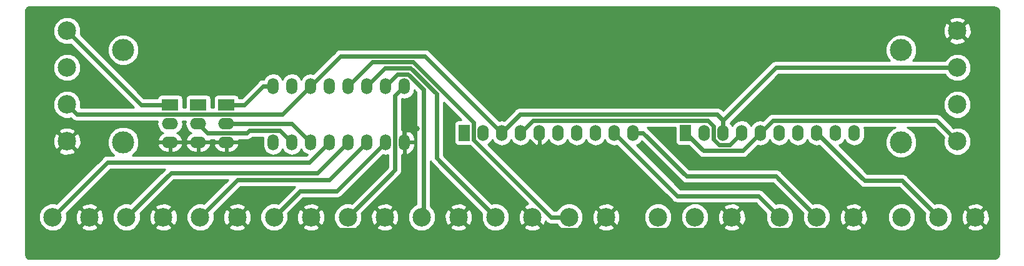
<source format=gbr>
G04 #@! TF.GenerationSoftware,KiCad,Pcbnew,(5.0.1)-3*
G04 #@! TF.CreationDate,2019-04-12T12:40:20-05:00*
G04 #@! TF.ProjectId,New_I2C_ports,4E65775F4932435F706F7274732E6B69,rev?*
G04 #@! TF.SameCoordinates,Original*
G04 #@! TF.FileFunction,Copper,L2,Bot,Signal*
G04 #@! TF.FilePolarity,Positive*
%FSLAX46Y46*%
G04 Gerber Fmt 4.6, Leading zero omitted, Abs format (unit mm)*
G04 Created by KiCad (PCBNEW (5.0.1)-3) date 12/04/2019 12:40:20*
%MOMM*%
%LPD*%
G01*
G04 APERTURE LIST*
G04 #@! TA.AperFunction,ComponentPad*
%ADD10R,2.199640X1.524000*%
G04 #@! TD*
G04 #@! TA.AperFunction,ComponentPad*
%ADD11O,2.199640X1.524000*%
G04 #@! TD*
G04 #@! TA.AperFunction,ComponentPad*
%ADD12O,1.501140X2.199640*%
G04 #@! TD*
G04 #@! TA.AperFunction,ComponentPad*
%ADD13C,2.500000*%
G04 #@! TD*
G04 #@! TA.AperFunction,ComponentPad*
%ADD14C,3.000000*%
G04 #@! TD*
G04 #@! TA.AperFunction,ComponentPad*
%ADD15R,1.524000X2.199640*%
G04 #@! TD*
G04 #@! TA.AperFunction,ComponentPad*
%ADD16O,1.524000X2.199640*%
G04 #@! TD*
G04 #@! TA.AperFunction,ViaPad*
%ADD17C,0.800000*%
G04 #@! TD*
G04 #@! TA.AperFunction,Conductor*
%ADD18C,0.600000*%
G04 #@! TD*
G04 #@! TA.AperFunction,Conductor*
%ADD19C,0.254000*%
G04 #@! TD*
G04 APERTURE END LIST*
D10*
G04 #@! TO.P,A2,1*
G04 #@! TO.N,+5V*
X106680000Y-128270000D03*
D11*
G04 #@! TO.P,A2,2*
G04 #@! TO.N,Net-(P4-Pad2)*
X106680000Y-130810000D03*
G04 #@! TO.P,A2,3*
G04 #@! TO.N,GND*
X106680000Y-133350000D03*
G04 #@! TD*
D12*
G04 #@! TO.P,U1,1*
G04 #@! TO.N,Net-(P2-Pad2)*
X113030000Y-133350000D03*
G04 #@! TO.P,U1,2*
G04 #@! TO.N,Net-(P3-Pad2)*
X115570000Y-133350000D03*
G04 #@! TO.P,U1,3*
G04 #@! TO.N,Net-(P4-Pad2)*
X118110000Y-133350000D03*
G04 #@! TO.P,U1,4*
G04 #@! TO.N,IN1*
X120650000Y-133350000D03*
G04 #@! TO.P,U1,5*
G04 #@! TO.N,IN2*
X123190000Y-133350000D03*
G04 #@! TO.P,U1,6*
G04 #@! TO.N,IN3*
X125730000Y-133350000D03*
G04 #@! TO.P,U1,7*
G04 #@! TO.N,IN4*
X128270000Y-133350000D03*
G04 #@! TO.P,U1,8*
G04 #@! TO.N,GND*
X130810000Y-133350000D03*
G04 #@! TO.P,U1,9*
G04 #@! TO.N,IN5*
X130810000Y-125730000D03*
G04 #@! TO.P,U1,10*
G04 #@! TO.N,IN6*
X128270000Y-125730000D03*
G04 #@! TO.P,U1,11*
G04 #@! TO.N,IN7*
X125730000Y-125730000D03*
G04 #@! TO.P,U1,12*
G04 #@! TO.N,IN8*
X123190000Y-125730000D03*
G04 #@! TO.P,U1,13*
G04 #@! TO.N,N/C*
X120650000Y-125730000D03*
G04 #@! TO.P,U1,14*
G04 #@! TO.N,SCL*
X118110000Y-125730000D03*
G04 #@! TO.P,U1,15*
G04 #@! TO.N,SDA*
X115570000Y-125730000D03*
G04 #@! TO.P,U1,16*
G04 #@! TO.N,+5V*
X113030000Y-125730000D03*
G04 #@! TD*
D13*
G04 #@! TO.P,J3,2*
G04 #@! TO.N,B1*
X203200000Y-143510000D03*
G04 #@! TO.P,J3,1*
G04 #@! TO.N,B0*
X198200000Y-143510000D03*
G04 #@! TO.P,J3,3*
G04 #@! TO.N,GND*
X208200000Y-143510000D03*
G04 #@! TD*
G04 #@! TO.P,J2,3*
G04 #@! TO.N,GND*
X191690000Y-143510000D03*
G04 #@! TO.P,J2,1*
G04 #@! TO.N,A2*
X181690000Y-143510000D03*
G04 #@! TO.P,J2,2*
G04 #@! TO.N,A3*
X186690000Y-143510000D03*
G04 #@! TD*
G04 #@! TO.P,P1,4*
G04 #@! TO.N,GND*
X85090000Y-133230000D03*
G04 #@! TO.P,P1,3*
G04 #@! TO.N,SCL*
X85090000Y-128230000D03*
G04 #@! TO.P,P1,1*
G04 #@! TO.N,+5V*
X85090000Y-118230000D03*
G04 #@! TO.P,P1,2*
G04 #@! TO.N,SDA*
X85090000Y-123230000D03*
G04 #@! TD*
D10*
G04 #@! TO.P,A0,1*
G04 #@! TO.N,+5V*
X99060000Y-128270000D03*
D11*
G04 #@! TO.P,A0,2*
G04 #@! TO.N,Net-(P2-Pad2)*
X99060000Y-130810000D03*
G04 #@! TO.P,A0,3*
G04 #@! TO.N,GND*
X99060000Y-133350000D03*
G04 #@! TD*
G04 #@! TO.P,A1,3*
G04 #@! TO.N,GND*
X102870000Y-133350000D03*
G04 #@! TO.P,A1,2*
G04 #@! TO.N,Net-(P3-Pad2)*
X102870000Y-130810000D03*
D10*
G04 #@! TO.P,A1,1*
G04 #@! TO.N,+5V*
X102870000Y-128270000D03*
G04 #@! TD*
D13*
G04 #@! TO.P,P6,2*
G04 #@! TO.N,SDA*
X205740000Y-128230000D03*
G04 #@! TO.P,P6,1*
G04 #@! TO.N,+5V*
X205740000Y-133230000D03*
G04 #@! TO.P,P6,3*
G04 #@! TO.N,SCL*
X205740000Y-123230000D03*
G04 #@! TO.P,P6,4*
G04 #@! TO.N,GND*
X205740000Y-118230000D03*
G04 #@! TD*
G04 #@! TO.P,J1,3*
G04 #@! TO.N,GND*
X175180000Y-143510000D03*
G04 #@! TO.P,J1,1*
G04 #@! TO.N,A0*
X165180000Y-143510000D03*
G04 #@! TO.P,J1,2*
G04 #@! TO.N,A1*
X170180000Y-143510000D03*
G04 #@! TD*
G04 #@! TO.P,P5,16*
G04 #@! TO.N,GND*
X158150000Y-143510000D03*
G04 #@! TO.P,P5,15*
G04 #@! TO.N,IN8*
X153150000Y-143510000D03*
G04 #@! TO.P,P5,14*
G04 #@! TO.N,GND*
X148150000Y-143510000D03*
G04 #@! TO.P,P5,13*
G04 #@! TO.N,IN7*
X143150000Y-143510000D03*
G04 #@! TO.P,P5,12*
G04 #@! TO.N,GND*
X138150000Y-143510000D03*
G04 #@! TO.P,P5,11*
G04 #@! TO.N,IN6*
X133150000Y-143510000D03*
G04 #@! TO.P,P5,10*
G04 #@! TO.N,GND*
X128150000Y-143510000D03*
G04 #@! TO.P,P5,9*
G04 #@! TO.N,IN5*
X123150000Y-143510000D03*
G04 #@! TO.P,P5,8*
G04 #@! TO.N,GND*
X118150000Y-143510000D03*
G04 #@! TO.P,P5,7*
G04 #@! TO.N,IN4*
X113150000Y-143510000D03*
G04 #@! TO.P,P5,6*
G04 #@! TO.N,GND*
X108150000Y-143510000D03*
G04 #@! TO.P,P5,5*
G04 #@! TO.N,IN3*
X103150000Y-143510000D03*
G04 #@! TO.P,P5,4*
G04 #@! TO.N,GND*
X98150000Y-143510000D03*
G04 #@! TO.P,P5,3*
G04 #@! TO.N,IN2*
X93150000Y-143510000D03*
G04 #@! TO.P,P5,1*
G04 #@! TO.N,IN1*
X83150000Y-143510000D03*
G04 #@! TO.P,P5,2*
G04 #@! TO.N,GND*
X88150000Y-143510000D03*
G04 #@! TD*
D14*
G04 #@! TO.P,J6,2*
G04 #@! TO.N,N/C*
X92710000Y-133350000D03*
G04 #@! TO.P,J6,1*
X92710000Y-120840500D03*
G04 #@! TD*
G04 #@! TO.P,J7,1*
G04 #@! TO.N,N/C*
X198120000Y-120840500D03*
G04 #@! TO.P,J7,2*
X198120000Y-133350000D03*
G04 #@! TD*
D15*
G04 #@! TO.P,J4,1*
G04 #@! TO.N,+5V*
X138938000Y-132080000D03*
D16*
G04 #@! TO.P,J4,2*
G04 #@! TO.N,GND*
X141478000Y-132080000D03*
G04 #@! TO.P,J4,3*
G04 #@! TO.N,SCL*
X144018000Y-132080000D03*
G04 #@! TO.P,J4,4*
G04 #@! TO.N,SDA*
X146558000Y-132080000D03*
G04 #@! TO.P,J4,5*
G04 #@! TO.N,GND*
X149098000Y-132080000D03*
G04 #@! TO.P,J4,6*
G04 #@! TO.N,N/C*
X151638000Y-132080000D03*
G04 #@! TO.P,J4,7*
G04 #@! TO.N,A0*
X154178000Y-132080000D03*
G04 #@! TO.P,J4,8*
G04 #@! TO.N,A1*
X156718000Y-132080000D03*
G04 #@! TO.P,J4,9*
G04 #@! TO.N,A2*
X159258000Y-132080000D03*
G04 #@! TO.P,J4,10*
G04 #@! TO.N,A3*
X161798000Y-132080000D03*
G04 #@! TD*
D15*
G04 #@! TO.P,J5,1*
G04 #@! TO.N,+5V*
X168910000Y-132080000D03*
D16*
G04 #@! TO.P,J5,2*
G04 #@! TO.N,GND*
X171450000Y-132080000D03*
G04 #@! TO.P,J5,3*
G04 #@! TO.N,SCL*
X173990000Y-132080000D03*
G04 #@! TO.P,J5,4*
G04 #@! TO.N,SDA*
X176530000Y-132080000D03*
G04 #@! TO.P,J5,5*
G04 #@! TO.N,+5V*
X179070000Y-132080000D03*
G04 #@! TO.P,J5,6*
G04 #@! TO.N,N/C*
X181610000Y-132080000D03*
G04 #@! TO.P,J5,7*
G04 #@! TO.N,B0*
X184150000Y-132080000D03*
G04 #@! TO.P,J5,8*
G04 #@! TO.N,B1*
X186690000Y-132080000D03*
G04 #@! TO.P,J5,9*
G04 #@! TO.N,N/C*
X189230000Y-132080000D03*
G04 #@! TO.P,J5,10*
X191770000Y-132080000D03*
G04 #@! TD*
D17*
G04 #@! TO.N,GND*
X132481200Y-131531400D03*
G04 #@! TD*
D18*
G04 #@! TO.N,GND*
X118150000Y-143510000D02*
X119900400Y-145260400D01*
X119900400Y-145260400D02*
X126399600Y-145260400D01*
X126399600Y-145260400D02*
X128150000Y-143510000D01*
X158150000Y-143510000D02*
X159900400Y-145260400D01*
X159900400Y-145260400D02*
X173429600Y-145260400D01*
X173429600Y-145260400D02*
X175180000Y-143510000D01*
X158150000Y-143510000D02*
X156399600Y-145260400D01*
X156399600Y-145260400D02*
X149900400Y-145260400D01*
X149900400Y-145260400D02*
X148150000Y-143510000D01*
X130810000Y-133350000D02*
X130810000Y-131650100D01*
X130810000Y-131650100D02*
X132362500Y-131650100D01*
X132362500Y-131650100D02*
X132481200Y-131531400D01*
X191690000Y-143510000D02*
X189939600Y-145260400D01*
X189939600Y-145260400D02*
X176930400Y-145260400D01*
X176930400Y-145260400D02*
X175180000Y-143510000D01*
G04 #@! TO.N,+5V*
X85090000Y-118230000D02*
X95130000Y-128270000D01*
X95130000Y-128270000D02*
X99060000Y-128270000D01*
X113030000Y-125730000D02*
X111679400Y-125730000D01*
X106680000Y-128270000D02*
X109139400Y-128270000D01*
X109139400Y-128270000D02*
X111679400Y-125730000D01*
X168910000Y-132080000D02*
X171332500Y-134502500D01*
X171332500Y-134502500D02*
X176647500Y-134502500D01*
X176647500Y-134502500D02*
X179070000Y-132080000D01*
X179070000Y-132080000D02*
X180710300Y-130439700D01*
X180710300Y-130439700D02*
X202949700Y-130439700D01*
X202949700Y-130439700D02*
X205740000Y-133230000D01*
G04 #@! TO.N,IN8*
X153150000Y-143510000D02*
X150720400Y-143510000D01*
X150720400Y-143510000D02*
X140207600Y-132997200D01*
X140207600Y-132997200D02*
X140207600Y-130699700D01*
X140207600Y-130699700D02*
X131988000Y-122480100D01*
X131988000Y-122480100D02*
X126439900Y-122480100D01*
X126439900Y-122480100D02*
X123190000Y-125730000D01*
G04 #@! TO.N,IN7*
X143150000Y-143510000D02*
X135163600Y-135523600D01*
X135163600Y-135523600D02*
X135163600Y-126789700D01*
X135163600Y-126789700D02*
X131654500Y-123280600D01*
X131654500Y-123280600D02*
X128179400Y-123280600D01*
X128179400Y-123280600D02*
X125730000Y-125730000D01*
G04 #@! TO.N,IN6*
X133150000Y-143510000D02*
X133381500Y-143278500D01*
X133381500Y-143278500D02*
X133381500Y-126174400D01*
X133381500Y-126174400D02*
X131322600Y-124115500D01*
X131322600Y-124115500D02*
X129884500Y-124115500D01*
X129884500Y-124115500D02*
X128270000Y-125730000D01*
G04 #@! TO.N,IN5*
X123150000Y-143510000D02*
X129521000Y-137139000D01*
X129521000Y-137139000D02*
X129521000Y-127019000D01*
X129521000Y-127019000D02*
X130810000Y-125730000D01*
G04 #@! TO.N,IN4*
X113150000Y-143510000D02*
X116692300Y-139967700D01*
X116692300Y-139967700D02*
X121652300Y-139967700D01*
X121652300Y-139967700D02*
X128270000Y-133350000D01*
G04 #@! TO.N,IN3*
X103150000Y-143510000D02*
X108205300Y-138454700D01*
X108205300Y-138454700D02*
X120625300Y-138454700D01*
X120625300Y-138454700D02*
X125730000Y-133350000D01*
G04 #@! TO.N,IN1*
X83150000Y-143510000D02*
X90612900Y-136047100D01*
X90612900Y-136047100D02*
X117952900Y-136047100D01*
X117952900Y-136047100D02*
X120650000Y-133350000D01*
G04 #@! TO.N,IN2*
X123190000Y-133350000D02*
X119055400Y-137484600D01*
X119055400Y-137484600D02*
X99175400Y-137484600D01*
X99175400Y-137484600D02*
X93150000Y-143510000D01*
G04 #@! TO.N,SDA*
X146558000Y-132080000D02*
X148227300Y-130410700D01*
X148227300Y-130410700D02*
X171967100Y-130410700D01*
X171967100Y-130410700D02*
X172720000Y-131163600D01*
X172720000Y-131163600D02*
X172720000Y-132944300D01*
X172720000Y-132944300D02*
X173477900Y-133702200D01*
X173477900Y-133702200D02*
X174907800Y-133702200D01*
X174907800Y-133702200D02*
X176530000Y-132080000D01*
G04 #@! TO.N,SCL*
X144018000Y-132080000D02*
X133589800Y-121651800D01*
X133589800Y-121651800D02*
X122188200Y-121651800D01*
X122188200Y-121651800D02*
X118110000Y-125730000D01*
X173990000Y-130380100D02*
X173211600Y-129601700D01*
X173211600Y-129601700D02*
X146496300Y-129601700D01*
X146496300Y-129601700D02*
X144018000Y-132080000D01*
X205740000Y-123230000D02*
X181140100Y-123230000D01*
X181140100Y-123230000D02*
X173990000Y-130380100D01*
X173990000Y-132080000D02*
X173990000Y-130380100D01*
X118110000Y-125730000D02*
X114292300Y-129547700D01*
X114292300Y-129547700D02*
X86407700Y-129547700D01*
X86407700Y-129547700D02*
X85090000Y-128230000D01*
G04 #@! TO.N,Net-(P4-Pad2)*
X118110000Y-133350000D02*
X115570000Y-130810000D01*
X115570000Y-130810000D02*
X106680000Y-130810000D01*
G04 #@! TO.N,A3*
X186690000Y-143510000D02*
X181139100Y-137959100D01*
X181139100Y-137959100D02*
X169039100Y-137959100D01*
X169039100Y-137959100D02*
X163160000Y-132080000D01*
X161798000Y-132080000D02*
X163160000Y-132080000D01*
G04 #@! TO.N,A2*
X159258000Y-132080000D02*
X167832900Y-140654900D01*
X167832900Y-140654900D02*
X178834900Y-140654900D01*
X178834900Y-140654900D02*
X181690000Y-143510000D01*
G04 #@! TO.N,B1*
X186690000Y-132080000D02*
X193176800Y-138566800D01*
X193176800Y-138566800D02*
X198256800Y-138566800D01*
X198256800Y-138566800D02*
X203200000Y-143510000D01*
G04 #@! TO.N,Net-(P3-Pad2)*
X102870000Y-130810000D02*
X104132400Y-132072400D01*
X104132400Y-132072400D02*
X109464600Y-132072400D01*
X109464600Y-132072400D02*
X109811100Y-131725900D01*
X109811100Y-131725900D02*
X113945900Y-131725900D01*
X113945900Y-131725900D02*
X115570000Y-133350000D01*
G04 #@! TD*
D19*
G04 #@! TO.N,GND*
G36*
X211007787Y-115054065D02*
X211172920Y-115149405D01*
X211295488Y-115295477D01*
X211371555Y-115504465D01*
X211380001Y-115601007D01*
X211380000Y-148527881D01*
X211335935Y-148777787D01*
X211240596Y-148942919D01*
X211094524Y-149065488D01*
X210885532Y-149141555D01*
X210789004Y-149150000D01*
X80072119Y-149150000D01*
X79822213Y-149105935D01*
X79657081Y-149010596D01*
X79534512Y-148864524D01*
X79458445Y-148655532D01*
X79450000Y-148559004D01*
X79450000Y-143135050D01*
X81265000Y-143135050D01*
X81265000Y-143884950D01*
X81551974Y-144577767D01*
X82082233Y-145108026D01*
X82775050Y-145395000D01*
X83524950Y-145395000D01*
X84217767Y-145108026D01*
X84482473Y-144843320D01*
X86996285Y-144843320D01*
X87125533Y-145136123D01*
X87825806Y-145404388D01*
X88575435Y-145384250D01*
X89174467Y-145136123D01*
X89303715Y-144843320D01*
X88150000Y-143689605D01*
X86996285Y-144843320D01*
X84482473Y-144843320D01*
X84748026Y-144577767D01*
X85035000Y-143884950D01*
X85035000Y-143185806D01*
X86255612Y-143185806D01*
X86275750Y-143935435D01*
X86523877Y-144534467D01*
X86816680Y-144663715D01*
X87970395Y-143510000D01*
X88329605Y-143510000D01*
X89483320Y-144663715D01*
X89776123Y-144534467D01*
X90044388Y-143834194D01*
X90024250Y-143084565D01*
X89776123Y-142485533D01*
X89483320Y-142356285D01*
X88329605Y-143510000D01*
X87970395Y-143510000D01*
X86816680Y-142356285D01*
X86523877Y-142485533D01*
X86255612Y-143185806D01*
X85035000Y-143185806D01*
X85035000Y-143135050D01*
X84980006Y-143002283D01*
X85805609Y-142176680D01*
X86996285Y-142176680D01*
X88150000Y-143330395D01*
X89303715Y-142176680D01*
X89174467Y-141883877D01*
X88474194Y-141615612D01*
X87724565Y-141635750D01*
X87125533Y-141883877D01*
X86996285Y-142176680D01*
X85805609Y-142176680D01*
X91000190Y-136982100D01*
X98355610Y-136982100D01*
X93657717Y-141679994D01*
X93524950Y-141625000D01*
X92775050Y-141625000D01*
X92082233Y-141911974D01*
X91551974Y-142442233D01*
X91265000Y-143135050D01*
X91265000Y-143884950D01*
X91551974Y-144577767D01*
X92082233Y-145108026D01*
X92775050Y-145395000D01*
X93524950Y-145395000D01*
X94217767Y-145108026D01*
X94482473Y-144843320D01*
X96996285Y-144843320D01*
X97125533Y-145136123D01*
X97825806Y-145404388D01*
X98575435Y-145384250D01*
X99174467Y-145136123D01*
X99303715Y-144843320D01*
X98150000Y-143689605D01*
X96996285Y-144843320D01*
X94482473Y-144843320D01*
X94748026Y-144577767D01*
X95035000Y-143884950D01*
X95035000Y-143185806D01*
X96255612Y-143185806D01*
X96275750Y-143935435D01*
X96523877Y-144534467D01*
X96816680Y-144663715D01*
X97970395Y-143510000D01*
X98329605Y-143510000D01*
X99483320Y-144663715D01*
X99776123Y-144534467D01*
X100044388Y-143834194D01*
X100024250Y-143084565D01*
X99776123Y-142485533D01*
X99483320Y-142356285D01*
X98329605Y-143510000D01*
X97970395Y-143510000D01*
X96816680Y-142356285D01*
X96523877Y-142485533D01*
X96255612Y-143185806D01*
X95035000Y-143185806D01*
X95035000Y-143135050D01*
X94980006Y-143002283D01*
X95805609Y-142176680D01*
X96996285Y-142176680D01*
X98150000Y-143330395D01*
X99303715Y-142176680D01*
X99174467Y-141883877D01*
X98474194Y-141615612D01*
X97724565Y-141635750D01*
X97125533Y-141883877D01*
X96996285Y-142176680D01*
X95805609Y-142176680D01*
X99562690Y-138419600D01*
X106918110Y-138419600D01*
X103657717Y-141679994D01*
X103524950Y-141625000D01*
X102775050Y-141625000D01*
X102082233Y-141911974D01*
X101551974Y-142442233D01*
X101265000Y-143135050D01*
X101265000Y-143884950D01*
X101551974Y-144577767D01*
X102082233Y-145108026D01*
X102775050Y-145395000D01*
X103524950Y-145395000D01*
X104217767Y-145108026D01*
X104482473Y-144843320D01*
X106996285Y-144843320D01*
X107125533Y-145136123D01*
X107825806Y-145404388D01*
X108575435Y-145384250D01*
X109174467Y-145136123D01*
X109303715Y-144843320D01*
X108150000Y-143689605D01*
X106996285Y-144843320D01*
X104482473Y-144843320D01*
X104748026Y-144577767D01*
X105035000Y-143884950D01*
X105035000Y-143185806D01*
X106255612Y-143185806D01*
X106275750Y-143935435D01*
X106523877Y-144534467D01*
X106816680Y-144663715D01*
X107970395Y-143510000D01*
X108329605Y-143510000D01*
X109483320Y-144663715D01*
X109776123Y-144534467D01*
X110044388Y-143834194D01*
X110024250Y-143084565D01*
X109776123Y-142485533D01*
X109483320Y-142356285D01*
X108329605Y-143510000D01*
X107970395Y-143510000D01*
X106816680Y-142356285D01*
X106523877Y-142485533D01*
X106255612Y-143185806D01*
X105035000Y-143185806D01*
X105035000Y-143135050D01*
X104980006Y-143002283D01*
X105805609Y-142176680D01*
X106996285Y-142176680D01*
X108150000Y-143330395D01*
X109303715Y-142176680D01*
X109174467Y-141883877D01*
X108474194Y-141615612D01*
X107724565Y-141635750D01*
X107125533Y-141883877D01*
X106996285Y-142176680D01*
X105805609Y-142176680D01*
X108592590Y-139389700D01*
X115948011Y-139389700D01*
X113657717Y-141679994D01*
X113524950Y-141625000D01*
X112775050Y-141625000D01*
X112082233Y-141911974D01*
X111551974Y-142442233D01*
X111265000Y-143135050D01*
X111265000Y-143884950D01*
X111551974Y-144577767D01*
X112082233Y-145108026D01*
X112775050Y-145395000D01*
X113524950Y-145395000D01*
X114217767Y-145108026D01*
X114482473Y-144843320D01*
X116996285Y-144843320D01*
X117125533Y-145136123D01*
X117825806Y-145404388D01*
X118575435Y-145384250D01*
X119174467Y-145136123D01*
X119303715Y-144843320D01*
X118150000Y-143689605D01*
X116996285Y-144843320D01*
X114482473Y-144843320D01*
X114748026Y-144577767D01*
X115035000Y-143884950D01*
X115035000Y-143185806D01*
X116255612Y-143185806D01*
X116275750Y-143935435D01*
X116523877Y-144534467D01*
X116816680Y-144663715D01*
X117970395Y-143510000D01*
X118329605Y-143510000D01*
X119483320Y-144663715D01*
X119776123Y-144534467D01*
X120044388Y-143834194D01*
X120024250Y-143084565D01*
X119776123Y-142485533D01*
X119483320Y-142356285D01*
X118329605Y-143510000D01*
X117970395Y-143510000D01*
X116816680Y-142356285D01*
X116523877Y-142485533D01*
X116255612Y-143185806D01*
X115035000Y-143185806D01*
X115035000Y-143135050D01*
X114980006Y-143002283D01*
X115805609Y-142176680D01*
X116996285Y-142176680D01*
X118150000Y-143330395D01*
X119303715Y-142176680D01*
X119174467Y-141883877D01*
X118474194Y-141615612D01*
X117724565Y-141635750D01*
X117125533Y-141883877D01*
X116996285Y-142176680D01*
X115805609Y-142176680D01*
X117079589Y-140902700D01*
X121560214Y-140902700D01*
X121652300Y-140921017D01*
X121744386Y-140902700D01*
X122017119Y-140848450D01*
X122326397Y-140641797D01*
X122378561Y-140563728D01*
X127903272Y-135039017D01*
X128270000Y-135111964D01*
X128586000Y-135049108D01*
X128586000Y-136751711D01*
X123657717Y-141679994D01*
X123524950Y-141625000D01*
X122775050Y-141625000D01*
X122082233Y-141911974D01*
X121551974Y-142442233D01*
X121265000Y-143135050D01*
X121265000Y-143884950D01*
X121551974Y-144577767D01*
X122082233Y-145108026D01*
X122775050Y-145395000D01*
X123524950Y-145395000D01*
X124217767Y-145108026D01*
X124482473Y-144843320D01*
X126996285Y-144843320D01*
X127125533Y-145136123D01*
X127825806Y-145404388D01*
X128575435Y-145384250D01*
X129174467Y-145136123D01*
X129303715Y-144843320D01*
X128150000Y-143689605D01*
X126996285Y-144843320D01*
X124482473Y-144843320D01*
X124748026Y-144577767D01*
X125035000Y-143884950D01*
X125035000Y-143185806D01*
X126255612Y-143185806D01*
X126275750Y-143935435D01*
X126523877Y-144534467D01*
X126816680Y-144663715D01*
X127970395Y-143510000D01*
X128329605Y-143510000D01*
X129483320Y-144663715D01*
X129776123Y-144534467D01*
X130044388Y-143834194D01*
X130024250Y-143084565D01*
X129776123Y-142485533D01*
X129483320Y-142356285D01*
X128329605Y-143510000D01*
X127970395Y-143510000D01*
X126816680Y-142356285D01*
X126523877Y-142485533D01*
X126255612Y-143185806D01*
X125035000Y-143185806D01*
X125035000Y-143135050D01*
X124980006Y-143002283D01*
X125805609Y-142176680D01*
X126996285Y-142176680D01*
X128150000Y-143330395D01*
X129303715Y-142176680D01*
X129174467Y-141883877D01*
X128474194Y-141615612D01*
X127724565Y-141635750D01*
X127125533Y-141883877D01*
X126996285Y-142176680D01*
X125805609Y-142176680D01*
X130117028Y-137865261D01*
X130195097Y-137813097D01*
X130401750Y-137503819D01*
X130456000Y-137231086D01*
X130456000Y-137231085D01*
X130474317Y-137139000D01*
X130456000Y-137046914D01*
X130456000Y-135039613D01*
X130468725Y-135042133D01*
X130683000Y-134919479D01*
X130683000Y-133477000D01*
X130937000Y-133477000D01*
X130937000Y-134919479D01*
X131151275Y-135042133D01*
X131222903Y-135027950D01*
X131699944Y-134768798D01*
X132041499Y-134346817D01*
X132195570Y-133826250D01*
X132195570Y-133477000D01*
X130937000Y-133477000D01*
X130683000Y-133477000D01*
X130663000Y-133477000D01*
X130663000Y-133223000D01*
X130683000Y-133223000D01*
X130683000Y-131780521D01*
X130937000Y-131780521D01*
X130937000Y-133223000D01*
X132195570Y-133223000D01*
X132195570Y-132873750D01*
X132041499Y-132353183D01*
X131699944Y-131931202D01*
X131222903Y-131672050D01*
X131151275Y-131657867D01*
X130937000Y-131780521D01*
X130683000Y-131780521D01*
X130468725Y-131657867D01*
X130456000Y-131660387D01*
X130456000Y-127421549D01*
X130810000Y-127491964D01*
X131350622Y-127384428D01*
X131808940Y-127078190D01*
X132115178Y-126619872D01*
X132179801Y-126294990D01*
X132446501Y-126561691D01*
X132446500Y-141761090D01*
X132082233Y-141911974D01*
X131551974Y-142442233D01*
X131265000Y-143135050D01*
X131265000Y-143884950D01*
X131551974Y-144577767D01*
X132082233Y-145108026D01*
X132775050Y-145395000D01*
X133524950Y-145395000D01*
X134217767Y-145108026D01*
X134482473Y-144843320D01*
X136996285Y-144843320D01*
X137125533Y-145136123D01*
X137825806Y-145404388D01*
X138575435Y-145384250D01*
X139174467Y-145136123D01*
X139303715Y-144843320D01*
X138150000Y-143689605D01*
X136996285Y-144843320D01*
X134482473Y-144843320D01*
X134748026Y-144577767D01*
X135035000Y-143884950D01*
X135035000Y-143185806D01*
X136255612Y-143185806D01*
X136275750Y-143935435D01*
X136523877Y-144534467D01*
X136816680Y-144663715D01*
X137970395Y-143510000D01*
X138329605Y-143510000D01*
X139483320Y-144663715D01*
X139776123Y-144534467D01*
X140044388Y-143834194D01*
X140024250Y-143084565D01*
X139776123Y-142485533D01*
X139483320Y-142356285D01*
X138329605Y-143510000D01*
X137970395Y-143510000D01*
X136816680Y-142356285D01*
X136523877Y-142485533D01*
X136255612Y-143185806D01*
X135035000Y-143185806D01*
X135035000Y-143135050D01*
X134748026Y-142442233D01*
X134482473Y-142176680D01*
X136996285Y-142176680D01*
X138150000Y-143330395D01*
X139303715Y-142176680D01*
X139174467Y-141883877D01*
X138474194Y-141615612D01*
X137724565Y-141635750D01*
X137125533Y-141883877D01*
X136996285Y-142176680D01*
X134482473Y-142176680D01*
X134316500Y-142010707D01*
X134316500Y-135938779D01*
X134489503Y-136197697D01*
X134567572Y-136249861D01*
X141319994Y-143002283D01*
X141265000Y-143135050D01*
X141265000Y-143884950D01*
X141551974Y-144577767D01*
X142082233Y-145108026D01*
X142775050Y-145395000D01*
X143524950Y-145395000D01*
X144217767Y-145108026D01*
X144482473Y-144843320D01*
X146996285Y-144843320D01*
X147125533Y-145136123D01*
X147825806Y-145404388D01*
X148575435Y-145384250D01*
X149174467Y-145136123D01*
X149303715Y-144843320D01*
X148150000Y-143689605D01*
X146996285Y-144843320D01*
X144482473Y-144843320D01*
X144748026Y-144577767D01*
X145035000Y-143884950D01*
X145035000Y-143185806D01*
X146255612Y-143185806D01*
X146275750Y-143935435D01*
X146523877Y-144534467D01*
X146816680Y-144663715D01*
X147970395Y-143510000D01*
X146816680Y-142356285D01*
X146523877Y-142485533D01*
X146255612Y-143185806D01*
X145035000Y-143185806D01*
X145035000Y-143135050D01*
X144748026Y-142442233D01*
X144217767Y-141911974D01*
X143524950Y-141625000D01*
X142775050Y-141625000D01*
X142642283Y-141679994D01*
X136098600Y-135136311D01*
X136098600Y-127912990D01*
X138518350Y-130332740D01*
X138176000Y-130332740D01*
X137928235Y-130382023D01*
X137718191Y-130522371D01*
X137577843Y-130732415D01*
X137528560Y-130980180D01*
X137528560Y-133179820D01*
X137577843Y-133427585D01*
X137718191Y-133637629D01*
X137928235Y-133777977D01*
X138176000Y-133827260D01*
X139700000Y-133827260D01*
X139712821Y-133824710D01*
X147582645Y-141694535D01*
X147125533Y-141883877D01*
X146996285Y-142176680D01*
X148150000Y-143330395D01*
X148164143Y-143316253D01*
X148343748Y-143495858D01*
X148329605Y-143510000D01*
X149483320Y-144663715D01*
X149776123Y-144534467D01*
X149955177Y-144067067D01*
X149994141Y-144106031D01*
X150046303Y-144184097D01*
X150355581Y-144390750D01*
X150628314Y-144445000D01*
X150628317Y-144445000D01*
X150720399Y-144463316D01*
X150812481Y-144445000D01*
X151496980Y-144445000D01*
X151551974Y-144577767D01*
X152082233Y-145108026D01*
X152775050Y-145395000D01*
X153524950Y-145395000D01*
X154217767Y-145108026D01*
X154482473Y-144843320D01*
X156996285Y-144843320D01*
X157125533Y-145136123D01*
X157825806Y-145404388D01*
X158575435Y-145384250D01*
X159174467Y-145136123D01*
X159303715Y-144843320D01*
X158150000Y-143689605D01*
X156996285Y-144843320D01*
X154482473Y-144843320D01*
X154748026Y-144577767D01*
X155035000Y-143884950D01*
X155035000Y-143185806D01*
X156255612Y-143185806D01*
X156275750Y-143935435D01*
X156523877Y-144534467D01*
X156816680Y-144663715D01*
X157970395Y-143510000D01*
X158329605Y-143510000D01*
X159483320Y-144663715D01*
X159776123Y-144534467D01*
X160044388Y-143834194D01*
X160025607Y-143135050D01*
X163295000Y-143135050D01*
X163295000Y-143884950D01*
X163581974Y-144577767D01*
X164112233Y-145108026D01*
X164805050Y-145395000D01*
X165554950Y-145395000D01*
X166247767Y-145108026D01*
X166778026Y-144577767D01*
X167065000Y-143884950D01*
X167065000Y-143135050D01*
X168295000Y-143135050D01*
X168295000Y-143884950D01*
X168581974Y-144577767D01*
X169112233Y-145108026D01*
X169805050Y-145395000D01*
X170554950Y-145395000D01*
X171247767Y-145108026D01*
X171512473Y-144843320D01*
X174026285Y-144843320D01*
X174155533Y-145136123D01*
X174855806Y-145404388D01*
X175605435Y-145384250D01*
X176204467Y-145136123D01*
X176333715Y-144843320D01*
X175180000Y-143689605D01*
X174026285Y-144843320D01*
X171512473Y-144843320D01*
X171778026Y-144577767D01*
X172065000Y-143884950D01*
X172065000Y-143185806D01*
X173285612Y-143185806D01*
X173305750Y-143935435D01*
X173553877Y-144534467D01*
X173846680Y-144663715D01*
X175000395Y-143510000D01*
X175359605Y-143510000D01*
X176513320Y-144663715D01*
X176806123Y-144534467D01*
X177074388Y-143834194D01*
X177054250Y-143084565D01*
X176806123Y-142485533D01*
X176513320Y-142356285D01*
X175359605Y-143510000D01*
X175000395Y-143510000D01*
X173846680Y-142356285D01*
X173553877Y-142485533D01*
X173285612Y-143185806D01*
X172065000Y-143185806D01*
X172065000Y-143135050D01*
X171778026Y-142442233D01*
X171512473Y-142176680D01*
X174026285Y-142176680D01*
X175180000Y-143330395D01*
X176333715Y-142176680D01*
X176204467Y-141883877D01*
X175504194Y-141615612D01*
X174754565Y-141635750D01*
X174155533Y-141883877D01*
X174026285Y-142176680D01*
X171512473Y-142176680D01*
X171247767Y-141911974D01*
X170554950Y-141625000D01*
X169805050Y-141625000D01*
X169112233Y-141911974D01*
X168581974Y-142442233D01*
X168295000Y-143135050D01*
X167065000Y-143135050D01*
X166778026Y-142442233D01*
X166247767Y-141911974D01*
X165554950Y-141625000D01*
X164805050Y-141625000D01*
X164112233Y-141911974D01*
X163581974Y-142442233D01*
X163295000Y-143135050D01*
X160025607Y-143135050D01*
X160024250Y-143084565D01*
X159776123Y-142485533D01*
X159483320Y-142356285D01*
X158329605Y-143510000D01*
X157970395Y-143510000D01*
X156816680Y-142356285D01*
X156523877Y-142485533D01*
X156255612Y-143185806D01*
X155035000Y-143185806D01*
X155035000Y-143135050D01*
X154748026Y-142442233D01*
X154482473Y-142176680D01*
X156996285Y-142176680D01*
X158150000Y-143330395D01*
X159303715Y-142176680D01*
X159174467Y-141883877D01*
X158474194Y-141615612D01*
X157724565Y-141635750D01*
X157125533Y-141883877D01*
X156996285Y-142176680D01*
X154482473Y-142176680D01*
X154217767Y-141911974D01*
X153524950Y-141625000D01*
X152775050Y-141625000D01*
X152082233Y-141911974D01*
X151551974Y-142442233D01*
X151496980Y-142575000D01*
X151107690Y-142575000D01*
X142150742Y-133618053D01*
X142376026Y-133495450D01*
X142720059Y-133069761D01*
X142736420Y-133014331D01*
X143010821Y-133425000D01*
X143472919Y-133733764D01*
X144018000Y-133842188D01*
X144563082Y-133733764D01*
X145025180Y-133425000D01*
X145288000Y-133031662D01*
X145550821Y-133425000D01*
X146012919Y-133733764D01*
X146558000Y-133842188D01*
X147103082Y-133733764D01*
X147565180Y-133425000D01*
X147839580Y-133014331D01*
X147855941Y-133069761D01*
X148199974Y-133495450D01*
X148680723Y-133757080D01*
X148754930Y-133772040D01*
X148971000Y-133649540D01*
X148971000Y-132207000D01*
X148951000Y-132207000D01*
X148951000Y-131953000D01*
X148971000Y-131953000D01*
X148971000Y-131933000D01*
X149225000Y-131933000D01*
X149225000Y-131953000D01*
X149245000Y-131953000D01*
X149245000Y-132207000D01*
X149225000Y-132207000D01*
X149225000Y-133649540D01*
X149441070Y-133772040D01*
X149515277Y-133757080D01*
X149996026Y-133495450D01*
X150340059Y-133069761D01*
X150356420Y-133014331D01*
X150630821Y-133425000D01*
X151092919Y-133733764D01*
X151638000Y-133842188D01*
X152183082Y-133733764D01*
X152645180Y-133425000D01*
X152908000Y-133031662D01*
X153170821Y-133425000D01*
X153632919Y-133733764D01*
X154178000Y-133842188D01*
X154723082Y-133733764D01*
X155185180Y-133425000D01*
X155448000Y-133031662D01*
X155710821Y-133425000D01*
X156172919Y-133733764D01*
X156718000Y-133842188D01*
X157263082Y-133733764D01*
X157725180Y-133425000D01*
X157988000Y-133031662D01*
X158250821Y-133425000D01*
X158712919Y-133733764D01*
X159258000Y-133842188D01*
X159624915Y-133769204D01*
X167106640Y-141250930D01*
X167158803Y-141328997D01*
X167236869Y-141381159D01*
X167468081Y-141535650D01*
X167832900Y-141608217D01*
X167924986Y-141589900D01*
X178447611Y-141589900D01*
X179859994Y-143002283D01*
X179805000Y-143135050D01*
X179805000Y-143884950D01*
X180091974Y-144577767D01*
X180622233Y-145108026D01*
X181315050Y-145395000D01*
X182064950Y-145395000D01*
X182757767Y-145108026D01*
X183288026Y-144577767D01*
X183575000Y-143884950D01*
X183575000Y-143135050D01*
X183288026Y-142442233D01*
X182757767Y-141911974D01*
X182064950Y-141625000D01*
X181315050Y-141625000D01*
X181182283Y-141679994D01*
X179561161Y-140058872D01*
X179508997Y-139980803D01*
X179199719Y-139774150D01*
X178926986Y-139719900D01*
X178834900Y-139701583D01*
X178742814Y-139719900D01*
X168220190Y-139719900D01*
X162252142Y-133751853D01*
X162343082Y-133733764D01*
X162805180Y-133425000D01*
X162956398Y-133198687D01*
X168312840Y-138555130D01*
X168365003Y-138633197D01*
X168443069Y-138685359D01*
X168674281Y-138839850D01*
X169039100Y-138912417D01*
X169131186Y-138894100D01*
X180751811Y-138894100D01*
X184859994Y-143002283D01*
X184805000Y-143135050D01*
X184805000Y-143884950D01*
X185091974Y-144577767D01*
X185622233Y-145108026D01*
X186315050Y-145395000D01*
X187064950Y-145395000D01*
X187757767Y-145108026D01*
X188022473Y-144843320D01*
X190536285Y-144843320D01*
X190665533Y-145136123D01*
X191365806Y-145404388D01*
X192115435Y-145384250D01*
X192714467Y-145136123D01*
X192843715Y-144843320D01*
X191690000Y-143689605D01*
X190536285Y-144843320D01*
X188022473Y-144843320D01*
X188288026Y-144577767D01*
X188575000Y-143884950D01*
X188575000Y-143185806D01*
X189795612Y-143185806D01*
X189815750Y-143935435D01*
X190063877Y-144534467D01*
X190356680Y-144663715D01*
X191510395Y-143510000D01*
X191869605Y-143510000D01*
X193023320Y-144663715D01*
X193316123Y-144534467D01*
X193584388Y-143834194D01*
X193565607Y-143135050D01*
X196315000Y-143135050D01*
X196315000Y-143884950D01*
X196601974Y-144577767D01*
X197132233Y-145108026D01*
X197825050Y-145395000D01*
X198574950Y-145395000D01*
X199267767Y-145108026D01*
X199798026Y-144577767D01*
X200085000Y-143884950D01*
X200085000Y-143135050D01*
X199798026Y-142442233D01*
X199267767Y-141911974D01*
X198574950Y-141625000D01*
X197825050Y-141625000D01*
X197132233Y-141911974D01*
X196601974Y-142442233D01*
X196315000Y-143135050D01*
X193565607Y-143135050D01*
X193564250Y-143084565D01*
X193316123Y-142485533D01*
X193023320Y-142356285D01*
X191869605Y-143510000D01*
X191510395Y-143510000D01*
X190356680Y-142356285D01*
X190063877Y-142485533D01*
X189795612Y-143185806D01*
X188575000Y-143185806D01*
X188575000Y-143135050D01*
X188288026Y-142442233D01*
X188022473Y-142176680D01*
X190536285Y-142176680D01*
X191690000Y-143330395D01*
X192843715Y-142176680D01*
X192714467Y-141883877D01*
X192014194Y-141615612D01*
X191264565Y-141635750D01*
X190665533Y-141883877D01*
X190536285Y-142176680D01*
X188022473Y-142176680D01*
X187757767Y-141911974D01*
X187064950Y-141625000D01*
X186315050Y-141625000D01*
X186182283Y-141679994D01*
X181865361Y-137363072D01*
X181813197Y-137285003D01*
X181503919Y-137078350D01*
X181231186Y-137024100D01*
X181139100Y-137005783D01*
X181047014Y-137024100D01*
X169426390Y-137024100D01*
X163886261Y-131483972D01*
X163834097Y-131405903D01*
X163743997Y-131345700D01*
X167500560Y-131345700D01*
X167500560Y-133179820D01*
X167549843Y-133427585D01*
X167690191Y-133637629D01*
X167900235Y-133777977D01*
X168148000Y-133827260D01*
X169334971Y-133827260D01*
X170606241Y-135098531D01*
X170658403Y-135176597D01*
X170967681Y-135383250D01*
X171240414Y-135437500D01*
X171240417Y-135437500D01*
X171332499Y-135455816D01*
X171424581Y-135437500D01*
X176555414Y-135437500D01*
X176647500Y-135455817D01*
X176739586Y-135437500D01*
X177012319Y-135383250D01*
X177321597Y-135176597D01*
X177373761Y-135098528D01*
X178703086Y-133769204D01*
X179070000Y-133842188D01*
X179615082Y-133733764D01*
X180077180Y-133425000D01*
X180340000Y-133031662D01*
X180602821Y-133425000D01*
X181064919Y-133733764D01*
X181610000Y-133842188D01*
X182155082Y-133733764D01*
X182617180Y-133425000D01*
X182880000Y-133031662D01*
X183142821Y-133425000D01*
X183604919Y-133733764D01*
X184150000Y-133842188D01*
X184695082Y-133733764D01*
X185157180Y-133425000D01*
X185420000Y-133031662D01*
X185682821Y-133425000D01*
X186144919Y-133733764D01*
X186690000Y-133842188D01*
X187056915Y-133769204D01*
X192450539Y-139162828D01*
X192502703Y-139240897D01*
X192811981Y-139447550D01*
X193084714Y-139501800D01*
X193176800Y-139520117D01*
X193268886Y-139501800D01*
X197869511Y-139501800D01*
X201369994Y-143002283D01*
X201315000Y-143135050D01*
X201315000Y-143884950D01*
X201601974Y-144577767D01*
X202132233Y-145108026D01*
X202825050Y-145395000D01*
X203574950Y-145395000D01*
X204267767Y-145108026D01*
X204532473Y-144843320D01*
X207046285Y-144843320D01*
X207175533Y-145136123D01*
X207875806Y-145404388D01*
X208625435Y-145384250D01*
X209224467Y-145136123D01*
X209353715Y-144843320D01*
X208200000Y-143689605D01*
X207046285Y-144843320D01*
X204532473Y-144843320D01*
X204798026Y-144577767D01*
X205085000Y-143884950D01*
X205085000Y-143185806D01*
X206305612Y-143185806D01*
X206325750Y-143935435D01*
X206573877Y-144534467D01*
X206866680Y-144663715D01*
X208020395Y-143510000D01*
X208379605Y-143510000D01*
X209533320Y-144663715D01*
X209826123Y-144534467D01*
X210094388Y-143834194D01*
X210074250Y-143084565D01*
X209826123Y-142485533D01*
X209533320Y-142356285D01*
X208379605Y-143510000D01*
X208020395Y-143510000D01*
X206866680Y-142356285D01*
X206573877Y-142485533D01*
X206305612Y-143185806D01*
X205085000Y-143185806D01*
X205085000Y-143135050D01*
X204798026Y-142442233D01*
X204532473Y-142176680D01*
X207046285Y-142176680D01*
X208200000Y-143330395D01*
X209353715Y-142176680D01*
X209224467Y-141883877D01*
X208524194Y-141615612D01*
X207774565Y-141635750D01*
X207175533Y-141883877D01*
X207046285Y-142176680D01*
X204532473Y-142176680D01*
X204267767Y-141911974D01*
X203574950Y-141625000D01*
X202825050Y-141625000D01*
X202692283Y-141679994D01*
X198983061Y-137970772D01*
X198930897Y-137892703D01*
X198621619Y-137686050D01*
X198348886Y-137631800D01*
X198256800Y-137613483D01*
X198164714Y-137631800D01*
X193564089Y-137631800D01*
X189684142Y-133751853D01*
X189775082Y-133733764D01*
X190237180Y-133425000D01*
X190500000Y-133031662D01*
X190762821Y-133425000D01*
X191224919Y-133733764D01*
X191770000Y-133842188D01*
X192315082Y-133733764D01*
X192777180Y-133425000D01*
X193085944Y-132962902D01*
X193167000Y-132555407D01*
X193167000Y-131604592D01*
X193121271Y-131374700D01*
X197309772Y-131374700D01*
X196910620Y-131540034D01*
X196310034Y-132140620D01*
X195985000Y-132925322D01*
X195985000Y-133774678D01*
X196310034Y-134559380D01*
X196910620Y-135159966D01*
X197695322Y-135485000D01*
X198544678Y-135485000D01*
X199329380Y-135159966D01*
X199929966Y-134559380D01*
X200255000Y-133774678D01*
X200255000Y-132925322D01*
X199929966Y-132140620D01*
X199329380Y-131540034D01*
X198930228Y-131374700D01*
X202562411Y-131374700D01*
X203909994Y-132722283D01*
X203855000Y-132855050D01*
X203855000Y-133604950D01*
X204141974Y-134297767D01*
X204672233Y-134828026D01*
X205365050Y-135115000D01*
X206114950Y-135115000D01*
X206807767Y-134828026D01*
X207338026Y-134297767D01*
X207625000Y-133604950D01*
X207625000Y-132855050D01*
X207338026Y-132162233D01*
X206807767Y-131631974D01*
X206114950Y-131345000D01*
X205365050Y-131345000D01*
X205232283Y-131399994D01*
X203675961Y-129843672D01*
X203623797Y-129765603D01*
X203314519Y-129558950D01*
X203041786Y-129504700D01*
X202949700Y-129486383D01*
X202857614Y-129504700D01*
X180802386Y-129504700D01*
X180710300Y-129486383D01*
X180618214Y-129504700D01*
X180345481Y-129558950D01*
X180036203Y-129765603D01*
X179984039Y-129843672D01*
X179436915Y-130390796D01*
X179070000Y-130317812D01*
X178524918Y-130426236D01*
X178062820Y-130735001D01*
X177800000Y-131128339D01*
X177537179Y-130735000D01*
X177075081Y-130426236D01*
X176530000Y-130317812D01*
X175984918Y-130426236D01*
X175522820Y-130735001D01*
X175260000Y-131128339D01*
X174997179Y-130735000D01*
X174973327Y-130719062D01*
X177837339Y-127855050D01*
X203855000Y-127855050D01*
X203855000Y-128604950D01*
X204141974Y-129297767D01*
X204672233Y-129828026D01*
X205365050Y-130115000D01*
X206114950Y-130115000D01*
X206807767Y-129828026D01*
X207338026Y-129297767D01*
X207625000Y-128604950D01*
X207625000Y-127855050D01*
X207338026Y-127162233D01*
X206807767Y-126631974D01*
X206114950Y-126345000D01*
X205365050Y-126345000D01*
X204672233Y-126631974D01*
X204141974Y-127162233D01*
X203855000Y-127855050D01*
X177837339Y-127855050D01*
X181527390Y-124165000D01*
X204086980Y-124165000D01*
X204141974Y-124297767D01*
X204672233Y-124828026D01*
X205365050Y-125115000D01*
X206114950Y-125115000D01*
X206807767Y-124828026D01*
X207338026Y-124297767D01*
X207625000Y-123604950D01*
X207625000Y-122855050D01*
X207338026Y-122162233D01*
X206807767Y-121631974D01*
X206114950Y-121345000D01*
X205365050Y-121345000D01*
X204672233Y-121631974D01*
X204141974Y-122162233D01*
X204086980Y-122295000D01*
X199684846Y-122295000D01*
X199929966Y-122049880D01*
X200255000Y-121265178D01*
X200255000Y-120415822D01*
X199929966Y-119631120D01*
X199862166Y-119563320D01*
X204586285Y-119563320D01*
X204715533Y-119856123D01*
X205415806Y-120124388D01*
X206165435Y-120104250D01*
X206764467Y-119856123D01*
X206893715Y-119563320D01*
X205740000Y-118409605D01*
X204586285Y-119563320D01*
X199862166Y-119563320D01*
X199329380Y-119030534D01*
X198544678Y-118705500D01*
X197695322Y-118705500D01*
X196910620Y-119030534D01*
X196310034Y-119631120D01*
X195985000Y-120415822D01*
X195985000Y-121265178D01*
X196310034Y-122049880D01*
X196555154Y-122295000D01*
X181232181Y-122295000D01*
X181140099Y-122276684D01*
X181048017Y-122295000D01*
X181048014Y-122295000D01*
X180775281Y-122349250D01*
X180466003Y-122555903D01*
X180413841Y-122633969D01*
X173990000Y-129057811D01*
X173937861Y-129005672D01*
X173885697Y-128927603D01*
X173576419Y-128720950D01*
X173303686Y-128666700D01*
X173211600Y-128648383D01*
X173119514Y-128666700D01*
X146588380Y-128666700D01*
X146496299Y-128648384D01*
X146404218Y-128666700D01*
X146404214Y-128666700D01*
X146131481Y-128720950D01*
X145822203Y-128927603D01*
X145770041Y-129005669D01*
X144384914Y-130390796D01*
X144018000Y-130317812D01*
X143651086Y-130390796D01*
X134316061Y-121055772D01*
X134263897Y-120977703D01*
X133954619Y-120771050D01*
X133681886Y-120716800D01*
X133589800Y-120698483D01*
X133497714Y-120716800D01*
X122280286Y-120716800D01*
X122188200Y-120698483D01*
X122096114Y-120716800D01*
X121823381Y-120771050D01*
X121514103Y-120977703D01*
X121461941Y-121055769D01*
X118476728Y-124040983D01*
X118110000Y-123968036D01*
X117569378Y-124075572D01*
X117111060Y-124381811D01*
X116840000Y-124787481D01*
X116568939Y-124381810D01*
X116110621Y-124075572D01*
X115570000Y-123968036D01*
X115029378Y-124075572D01*
X114571060Y-124381811D01*
X114300000Y-124787481D01*
X114028939Y-124381810D01*
X113570621Y-124075572D01*
X113030000Y-123968036D01*
X112489378Y-124075572D01*
X112031060Y-124381811D01*
X111756912Y-124792102D01*
X111679399Y-124776684D01*
X111587318Y-124795000D01*
X111587314Y-124795000D01*
X111314581Y-124849250D01*
X111005303Y-125055903D01*
X110953141Y-125133969D01*
X108752111Y-127335000D01*
X108392849Y-127335000D01*
X108377977Y-127260235D01*
X108237629Y-127050191D01*
X108027585Y-126909843D01*
X107779820Y-126860560D01*
X105580180Y-126860560D01*
X105332415Y-126909843D01*
X105122371Y-127050191D01*
X104982023Y-127260235D01*
X104932740Y-127508000D01*
X104932740Y-128612700D01*
X104617260Y-128612700D01*
X104617260Y-127508000D01*
X104567977Y-127260235D01*
X104427629Y-127050191D01*
X104217585Y-126909843D01*
X103969820Y-126860560D01*
X101770180Y-126860560D01*
X101522415Y-126909843D01*
X101312371Y-127050191D01*
X101172023Y-127260235D01*
X101122740Y-127508000D01*
X101122740Y-128612700D01*
X100807260Y-128612700D01*
X100807260Y-127508000D01*
X100757977Y-127260235D01*
X100617629Y-127050191D01*
X100407585Y-126909843D01*
X100159820Y-126860560D01*
X97960180Y-126860560D01*
X97712415Y-126909843D01*
X97502371Y-127050191D01*
X97362023Y-127260235D01*
X97347151Y-127335000D01*
X95517290Y-127335000D01*
X88598112Y-120415822D01*
X90575000Y-120415822D01*
X90575000Y-121265178D01*
X90900034Y-122049880D01*
X91500620Y-122650466D01*
X92285322Y-122975500D01*
X93134678Y-122975500D01*
X93919380Y-122650466D01*
X94519966Y-122049880D01*
X94845000Y-121265178D01*
X94845000Y-120415822D01*
X94519966Y-119631120D01*
X93919380Y-119030534D01*
X93134678Y-118705500D01*
X92285322Y-118705500D01*
X91500620Y-119030534D01*
X90900034Y-119631120D01*
X90575000Y-120415822D01*
X88598112Y-120415822D01*
X86920006Y-118737717D01*
X86975000Y-118604950D01*
X86975000Y-117905806D01*
X203845612Y-117905806D01*
X203865750Y-118655435D01*
X204113877Y-119254467D01*
X204406680Y-119383715D01*
X205560395Y-118230000D01*
X205919605Y-118230000D01*
X207073320Y-119383715D01*
X207366123Y-119254467D01*
X207634388Y-118554194D01*
X207614250Y-117804565D01*
X207366123Y-117205533D01*
X207073320Y-117076285D01*
X205919605Y-118230000D01*
X205560395Y-118230000D01*
X204406680Y-117076285D01*
X204113877Y-117205533D01*
X203845612Y-117905806D01*
X86975000Y-117905806D01*
X86975000Y-117855050D01*
X86688026Y-117162233D01*
X86422473Y-116896680D01*
X204586285Y-116896680D01*
X205740000Y-118050395D01*
X206893715Y-116896680D01*
X206764467Y-116603877D01*
X206064194Y-116335612D01*
X205314565Y-116355750D01*
X204715533Y-116603877D01*
X204586285Y-116896680D01*
X86422473Y-116896680D01*
X86157767Y-116631974D01*
X85464950Y-116345000D01*
X84715050Y-116345000D01*
X84022233Y-116631974D01*
X83491974Y-117162233D01*
X83205000Y-117855050D01*
X83205000Y-118604950D01*
X83491974Y-119297767D01*
X84022233Y-119828026D01*
X84715050Y-120115000D01*
X85464950Y-120115000D01*
X85597717Y-120060006D01*
X94150410Y-128612700D01*
X86971790Y-128612700D01*
X86975000Y-128604950D01*
X86975000Y-127855050D01*
X86688026Y-127162233D01*
X86157767Y-126631974D01*
X85464950Y-126345000D01*
X84715050Y-126345000D01*
X84022233Y-126631974D01*
X83491974Y-127162233D01*
X83205000Y-127855050D01*
X83205000Y-128604950D01*
X83491974Y-129297767D01*
X84022233Y-129828026D01*
X84715050Y-130115000D01*
X85464950Y-130115000D01*
X85597717Y-130060006D01*
X85681441Y-130143731D01*
X85733603Y-130221797D01*
X86042881Y-130428450D01*
X86315614Y-130482700D01*
X86315617Y-130482700D01*
X86407699Y-130501016D01*
X86499781Y-130482700D01*
X97362916Y-130482700D01*
X97297812Y-130810000D01*
X97406236Y-131355082D01*
X97715000Y-131817180D01*
X98125669Y-132091580D01*
X98070239Y-132107941D01*
X97644550Y-132451974D01*
X97382920Y-132932723D01*
X97367960Y-133006930D01*
X97490460Y-133223000D01*
X98933000Y-133223000D01*
X98933000Y-133203000D01*
X99187000Y-133203000D01*
X99187000Y-133223000D01*
X100629540Y-133223000D01*
X100752040Y-133006930D01*
X100737080Y-132932723D01*
X100475450Y-132451974D01*
X100049761Y-132107941D01*
X99994331Y-132091580D01*
X100405000Y-131817180D01*
X100713764Y-131355082D01*
X100822188Y-130810000D01*
X100757084Y-130482700D01*
X101172916Y-130482700D01*
X101107812Y-130810000D01*
X101216236Y-131355082D01*
X101525000Y-131817180D01*
X101935669Y-132091580D01*
X101880239Y-132107941D01*
X101454550Y-132451974D01*
X101192920Y-132932723D01*
X101177960Y-133006930D01*
X101300460Y-133223000D01*
X102743000Y-133223000D01*
X102743000Y-133203000D01*
X102997000Y-133203000D01*
X102997000Y-133223000D01*
X104439540Y-133223000D01*
X104561774Y-133007400D01*
X104988226Y-133007400D01*
X105110460Y-133223000D01*
X106553000Y-133223000D01*
X106553000Y-133203000D01*
X106807000Y-133203000D01*
X106807000Y-133223000D01*
X108249540Y-133223000D01*
X108371774Y-133007400D01*
X109372514Y-133007400D01*
X109464600Y-133025717D01*
X109556686Y-133007400D01*
X109829419Y-132953150D01*
X110138697Y-132746497D01*
X110190861Y-132668428D01*
X110198389Y-132660900D01*
X111684886Y-132660900D01*
X111644430Y-132864288D01*
X111644430Y-133835713D01*
X111724822Y-134239872D01*
X112031061Y-134698190D01*
X112489379Y-135004428D01*
X113030000Y-135111964D01*
X113570622Y-135004428D01*
X114028940Y-134698190D01*
X114300000Y-134292520D01*
X114571061Y-134698190D01*
X115029379Y-135004428D01*
X115570000Y-135111964D01*
X116110622Y-135004428D01*
X116568940Y-134698190D01*
X116840000Y-134292520D01*
X117111061Y-134698190D01*
X117569379Y-135004428D01*
X117656044Y-135021667D01*
X117565611Y-135112100D01*
X93967246Y-135112100D01*
X94519966Y-134559380D01*
X94845000Y-133774678D01*
X94845000Y-133693070D01*
X97367960Y-133693070D01*
X97382920Y-133767277D01*
X97644550Y-134248026D01*
X98070239Y-134592059D01*
X98595180Y-134747000D01*
X98933000Y-134747000D01*
X98933000Y-133477000D01*
X99187000Y-133477000D01*
X99187000Y-134747000D01*
X99524820Y-134747000D01*
X100049761Y-134592059D01*
X100475450Y-134248026D01*
X100737080Y-133767277D01*
X100752040Y-133693070D01*
X101177960Y-133693070D01*
X101192920Y-133767277D01*
X101454550Y-134248026D01*
X101880239Y-134592059D01*
X102405180Y-134747000D01*
X102743000Y-134747000D01*
X102743000Y-133477000D01*
X102997000Y-133477000D01*
X102997000Y-134747000D01*
X103334820Y-134747000D01*
X103859761Y-134592059D01*
X104285450Y-134248026D01*
X104547080Y-133767277D01*
X104562040Y-133693070D01*
X104987960Y-133693070D01*
X105002920Y-133767277D01*
X105264550Y-134248026D01*
X105690239Y-134592059D01*
X106215180Y-134747000D01*
X106553000Y-134747000D01*
X106553000Y-133477000D01*
X106807000Y-133477000D01*
X106807000Y-134747000D01*
X107144820Y-134747000D01*
X107669761Y-134592059D01*
X108095450Y-134248026D01*
X108357080Y-133767277D01*
X108372040Y-133693070D01*
X108249540Y-133477000D01*
X106807000Y-133477000D01*
X106553000Y-133477000D01*
X105110460Y-133477000D01*
X104987960Y-133693070D01*
X104562040Y-133693070D01*
X104439540Y-133477000D01*
X102997000Y-133477000D01*
X102743000Y-133477000D01*
X101300460Y-133477000D01*
X101177960Y-133693070D01*
X100752040Y-133693070D01*
X100629540Y-133477000D01*
X99187000Y-133477000D01*
X98933000Y-133477000D01*
X97490460Y-133477000D01*
X97367960Y-133693070D01*
X94845000Y-133693070D01*
X94845000Y-132925322D01*
X94519966Y-132140620D01*
X93919380Y-131540034D01*
X93134678Y-131215000D01*
X92285322Y-131215000D01*
X91500620Y-131540034D01*
X90900034Y-132140620D01*
X90575000Y-132925322D01*
X90575000Y-133774678D01*
X90900034Y-134559380D01*
X91452754Y-135112100D01*
X90704981Y-135112100D01*
X90612899Y-135093784D01*
X90520817Y-135112100D01*
X90520814Y-135112100D01*
X90248081Y-135166350D01*
X89938803Y-135373003D01*
X89886641Y-135451069D01*
X83657717Y-141679994D01*
X83524950Y-141625000D01*
X82775050Y-141625000D01*
X82082233Y-141911974D01*
X81551974Y-142442233D01*
X81265000Y-143135050D01*
X79450000Y-143135050D01*
X79450000Y-134563320D01*
X83936285Y-134563320D01*
X84065533Y-134856123D01*
X84765806Y-135124388D01*
X85515435Y-135104250D01*
X86114467Y-134856123D01*
X86243715Y-134563320D01*
X85090000Y-133409605D01*
X83936285Y-134563320D01*
X79450000Y-134563320D01*
X79450000Y-132905806D01*
X83195612Y-132905806D01*
X83215750Y-133655435D01*
X83463877Y-134254467D01*
X83756680Y-134383715D01*
X84910395Y-133230000D01*
X85269605Y-133230000D01*
X86423320Y-134383715D01*
X86716123Y-134254467D01*
X86984388Y-133554194D01*
X86964250Y-132804565D01*
X86716123Y-132205533D01*
X86423320Y-132076285D01*
X85269605Y-133230000D01*
X84910395Y-133230000D01*
X83756680Y-132076285D01*
X83463877Y-132205533D01*
X83195612Y-132905806D01*
X79450000Y-132905806D01*
X79450000Y-131896680D01*
X83936285Y-131896680D01*
X85090000Y-133050395D01*
X86243715Y-131896680D01*
X86114467Y-131603877D01*
X85414194Y-131335612D01*
X84664565Y-131355750D01*
X84065533Y-131603877D01*
X83936285Y-131896680D01*
X79450000Y-131896680D01*
X79450000Y-122855050D01*
X83205000Y-122855050D01*
X83205000Y-123604950D01*
X83491974Y-124297767D01*
X84022233Y-124828026D01*
X84715050Y-125115000D01*
X85464950Y-125115000D01*
X86157767Y-124828026D01*
X86688026Y-124297767D01*
X86975000Y-123604950D01*
X86975000Y-122855050D01*
X86688026Y-122162233D01*
X86157767Y-121631974D01*
X85464950Y-121345000D01*
X84715050Y-121345000D01*
X84022233Y-121631974D01*
X83491974Y-122162233D01*
X83205000Y-122855050D01*
X79450000Y-122855050D01*
X79450000Y-115632119D01*
X79494065Y-115382213D01*
X79589405Y-115217080D01*
X79735477Y-115094512D01*
X79944465Y-115018445D01*
X80040996Y-115010000D01*
X210757881Y-115010000D01*
X211007787Y-115054065D01*
X211007787Y-115054065D01*
G37*
X211007787Y-115054065D02*
X211172920Y-115149405D01*
X211295488Y-115295477D01*
X211371555Y-115504465D01*
X211380001Y-115601007D01*
X211380000Y-148527881D01*
X211335935Y-148777787D01*
X211240596Y-148942919D01*
X211094524Y-149065488D01*
X210885532Y-149141555D01*
X210789004Y-149150000D01*
X80072119Y-149150000D01*
X79822213Y-149105935D01*
X79657081Y-149010596D01*
X79534512Y-148864524D01*
X79458445Y-148655532D01*
X79450000Y-148559004D01*
X79450000Y-143135050D01*
X81265000Y-143135050D01*
X81265000Y-143884950D01*
X81551974Y-144577767D01*
X82082233Y-145108026D01*
X82775050Y-145395000D01*
X83524950Y-145395000D01*
X84217767Y-145108026D01*
X84482473Y-144843320D01*
X86996285Y-144843320D01*
X87125533Y-145136123D01*
X87825806Y-145404388D01*
X88575435Y-145384250D01*
X89174467Y-145136123D01*
X89303715Y-144843320D01*
X88150000Y-143689605D01*
X86996285Y-144843320D01*
X84482473Y-144843320D01*
X84748026Y-144577767D01*
X85035000Y-143884950D01*
X85035000Y-143185806D01*
X86255612Y-143185806D01*
X86275750Y-143935435D01*
X86523877Y-144534467D01*
X86816680Y-144663715D01*
X87970395Y-143510000D01*
X88329605Y-143510000D01*
X89483320Y-144663715D01*
X89776123Y-144534467D01*
X90044388Y-143834194D01*
X90024250Y-143084565D01*
X89776123Y-142485533D01*
X89483320Y-142356285D01*
X88329605Y-143510000D01*
X87970395Y-143510000D01*
X86816680Y-142356285D01*
X86523877Y-142485533D01*
X86255612Y-143185806D01*
X85035000Y-143185806D01*
X85035000Y-143135050D01*
X84980006Y-143002283D01*
X85805609Y-142176680D01*
X86996285Y-142176680D01*
X88150000Y-143330395D01*
X89303715Y-142176680D01*
X89174467Y-141883877D01*
X88474194Y-141615612D01*
X87724565Y-141635750D01*
X87125533Y-141883877D01*
X86996285Y-142176680D01*
X85805609Y-142176680D01*
X91000190Y-136982100D01*
X98355610Y-136982100D01*
X93657717Y-141679994D01*
X93524950Y-141625000D01*
X92775050Y-141625000D01*
X92082233Y-141911974D01*
X91551974Y-142442233D01*
X91265000Y-143135050D01*
X91265000Y-143884950D01*
X91551974Y-144577767D01*
X92082233Y-145108026D01*
X92775050Y-145395000D01*
X93524950Y-145395000D01*
X94217767Y-145108026D01*
X94482473Y-144843320D01*
X96996285Y-144843320D01*
X97125533Y-145136123D01*
X97825806Y-145404388D01*
X98575435Y-145384250D01*
X99174467Y-145136123D01*
X99303715Y-144843320D01*
X98150000Y-143689605D01*
X96996285Y-144843320D01*
X94482473Y-144843320D01*
X94748026Y-144577767D01*
X95035000Y-143884950D01*
X95035000Y-143185806D01*
X96255612Y-143185806D01*
X96275750Y-143935435D01*
X96523877Y-144534467D01*
X96816680Y-144663715D01*
X97970395Y-143510000D01*
X98329605Y-143510000D01*
X99483320Y-144663715D01*
X99776123Y-144534467D01*
X100044388Y-143834194D01*
X100024250Y-143084565D01*
X99776123Y-142485533D01*
X99483320Y-142356285D01*
X98329605Y-143510000D01*
X97970395Y-143510000D01*
X96816680Y-142356285D01*
X96523877Y-142485533D01*
X96255612Y-143185806D01*
X95035000Y-143185806D01*
X95035000Y-143135050D01*
X94980006Y-143002283D01*
X95805609Y-142176680D01*
X96996285Y-142176680D01*
X98150000Y-143330395D01*
X99303715Y-142176680D01*
X99174467Y-141883877D01*
X98474194Y-141615612D01*
X97724565Y-141635750D01*
X97125533Y-141883877D01*
X96996285Y-142176680D01*
X95805609Y-142176680D01*
X99562690Y-138419600D01*
X106918110Y-138419600D01*
X103657717Y-141679994D01*
X103524950Y-141625000D01*
X102775050Y-141625000D01*
X102082233Y-141911974D01*
X101551974Y-142442233D01*
X101265000Y-143135050D01*
X101265000Y-143884950D01*
X101551974Y-144577767D01*
X102082233Y-145108026D01*
X102775050Y-145395000D01*
X103524950Y-145395000D01*
X104217767Y-145108026D01*
X104482473Y-144843320D01*
X106996285Y-144843320D01*
X107125533Y-145136123D01*
X107825806Y-145404388D01*
X108575435Y-145384250D01*
X109174467Y-145136123D01*
X109303715Y-144843320D01*
X108150000Y-143689605D01*
X106996285Y-144843320D01*
X104482473Y-144843320D01*
X104748026Y-144577767D01*
X105035000Y-143884950D01*
X105035000Y-143185806D01*
X106255612Y-143185806D01*
X106275750Y-143935435D01*
X106523877Y-144534467D01*
X106816680Y-144663715D01*
X107970395Y-143510000D01*
X108329605Y-143510000D01*
X109483320Y-144663715D01*
X109776123Y-144534467D01*
X110044388Y-143834194D01*
X110024250Y-143084565D01*
X109776123Y-142485533D01*
X109483320Y-142356285D01*
X108329605Y-143510000D01*
X107970395Y-143510000D01*
X106816680Y-142356285D01*
X106523877Y-142485533D01*
X106255612Y-143185806D01*
X105035000Y-143185806D01*
X105035000Y-143135050D01*
X104980006Y-143002283D01*
X105805609Y-142176680D01*
X106996285Y-142176680D01*
X108150000Y-143330395D01*
X109303715Y-142176680D01*
X109174467Y-141883877D01*
X108474194Y-141615612D01*
X107724565Y-141635750D01*
X107125533Y-141883877D01*
X106996285Y-142176680D01*
X105805609Y-142176680D01*
X108592590Y-139389700D01*
X115948011Y-139389700D01*
X113657717Y-141679994D01*
X113524950Y-141625000D01*
X112775050Y-141625000D01*
X112082233Y-141911974D01*
X111551974Y-142442233D01*
X111265000Y-143135050D01*
X111265000Y-143884950D01*
X111551974Y-144577767D01*
X112082233Y-145108026D01*
X112775050Y-145395000D01*
X113524950Y-145395000D01*
X114217767Y-145108026D01*
X114482473Y-144843320D01*
X116996285Y-144843320D01*
X117125533Y-145136123D01*
X117825806Y-145404388D01*
X118575435Y-145384250D01*
X119174467Y-145136123D01*
X119303715Y-144843320D01*
X118150000Y-143689605D01*
X116996285Y-144843320D01*
X114482473Y-144843320D01*
X114748026Y-144577767D01*
X115035000Y-143884950D01*
X115035000Y-143185806D01*
X116255612Y-143185806D01*
X116275750Y-143935435D01*
X116523877Y-144534467D01*
X116816680Y-144663715D01*
X117970395Y-143510000D01*
X118329605Y-143510000D01*
X119483320Y-144663715D01*
X119776123Y-144534467D01*
X120044388Y-143834194D01*
X120024250Y-143084565D01*
X119776123Y-142485533D01*
X119483320Y-142356285D01*
X118329605Y-143510000D01*
X117970395Y-143510000D01*
X116816680Y-142356285D01*
X116523877Y-142485533D01*
X116255612Y-143185806D01*
X115035000Y-143185806D01*
X115035000Y-143135050D01*
X114980006Y-143002283D01*
X115805609Y-142176680D01*
X116996285Y-142176680D01*
X118150000Y-143330395D01*
X119303715Y-142176680D01*
X119174467Y-141883877D01*
X118474194Y-141615612D01*
X117724565Y-141635750D01*
X117125533Y-141883877D01*
X116996285Y-142176680D01*
X115805609Y-142176680D01*
X117079589Y-140902700D01*
X121560214Y-140902700D01*
X121652300Y-140921017D01*
X121744386Y-140902700D01*
X122017119Y-140848450D01*
X122326397Y-140641797D01*
X122378561Y-140563728D01*
X127903272Y-135039017D01*
X128270000Y-135111964D01*
X128586000Y-135049108D01*
X128586000Y-136751711D01*
X123657717Y-141679994D01*
X123524950Y-141625000D01*
X122775050Y-141625000D01*
X122082233Y-141911974D01*
X121551974Y-142442233D01*
X121265000Y-143135050D01*
X121265000Y-143884950D01*
X121551974Y-144577767D01*
X122082233Y-145108026D01*
X122775050Y-145395000D01*
X123524950Y-145395000D01*
X124217767Y-145108026D01*
X124482473Y-144843320D01*
X126996285Y-144843320D01*
X127125533Y-145136123D01*
X127825806Y-145404388D01*
X128575435Y-145384250D01*
X129174467Y-145136123D01*
X129303715Y-144843320D01*
X128150000Y-143689605D01*
X126996285Y-144843320D01*
X124482473Y-144843320D01*
X124748026Y-144577767D01*
X125035000Y-143884950D01*
X125035000Y-143185806D01*
X126255612Y-143185806D01*
X126275750Y-143935435D01*
X126523877Y-144534467D01*
X126816680Y-144663715D01*
X127970395Y-143510000D01*
X128329605Y-143510000D01*
X129483320Y-144663715D01*
X129776123Y-144534467D01*
X130044388Y-143834194D01*
X130024250Y-143084565D01*
X129776123Y-142485533D01*
X129483320Y-142356285D01*
X128329605Y-143510000D01*
X127970395Y-143510000D01*
X126816680Y-142356285D01*
X126523877Y-142485533D01*
X126255612Y-143185806D01*
X125035000Y-143185806D01*
X125035000Y-143135050D01*
X124980006Y-143002283D01*
X125805609Y-142176680D01*
X126996285Y-142176680D01*
X128150000Y-143330395D01*
X129303715Y-142176680D01*
X129174467Y-141883877D01*
X128474194Y-141615612D01*
X127724565Y-141635750D01*
X127125533Y-141883877D01*
X126996285Y-142176680D01*
X125805609Y-142176680D01*
X130117028Y-137865261D01*
X130195097Y-137813097D01*
X130401750Y-137503819D01*
X130456000Y-137231086D01*
X130456000Y-137231085D01*
X130474317Y-137139000D01*
X130456000Y-137046914D01*
X130456000Y-135039613D01*
X130468725Y-135042133D01*
X130683000Y-134919479D01*
X130683000Y-133477000D01*
X130937000Y-133477000D01*
X130937000Y-134919479D01*
X131151275Y-135042133D01*
X131222903Y-135027950D01*
X131699944Y-134768798D01*
X132041499Y-134346817D01*
X132195570Y-133826250D01*
X132195570Y-133477000D01*
X130937000Y-133477000D01*
X130683000Y-133477000D01*
X130663000Y-133477000D01*
X130663000Y-133223000D01*
X130683000Y-133223000D01*
X130683000Y-131780521D01*
X130937000Y-131780521D01*
X130937000Y-133223000D01*
X132195570Y-133223000D01*
X132195570Y-132873750D01*
X132041499Y-132353183D01*
X131699944Y-131931202D01*
X131222903Y-131672050D01*
X131151275Y-131657867D01*
X130937000Y-131780521D01*
X130683000Y-131780521D01*
X130468725Y-131657867D01*
X130456000Y-131660387D01*
X130456000Y-127421549D01*
X130810000Y-127491964D01*
X131350622Y-127384428D01*
X131808940Y-127078190D01*
X132115178Y-126619872D01*
X132179801Y-126294990D01*
X132446501Y-126561691D01*
X132446500Y-141761090D01*
X132082233Y-141911974D01*
X131551974Y-142442233D01*
X131265000Y-143135050D01*
X131265000Y-143884950D01*
X131551974Y-144577767D01*
X132082233Y-145108026D01*
X132775050Y-145395000D01*
X133524950Y-145395000D01*
X134217767Y-145108026D01*
X134482473Y-144843320D01*
X136996285Y-144843320D01*
X137125533Y-145136123D01*
X137825806Y-145404388D01*
X138575435Y-145384250D01*
X139174467Y-145136123D01*
X139303715Y-144843320D01*
X138150000Y-143689605D01*
X136996285Y-144843320D01*
X134482473Y-144843320D01*
X134748026Y-144577767D01*
X135035000Y-143884950D01*
X135035000Y-143185806D01*
X136255612Y-143185806D01*
X136275750Y-143935435D01*
X136523877Y-144534467D01*
X136816680Y-144663715D01*
X137970395Y-143510000D01*
X138329605Y-143510000D01*
X139483320Y-144663715D01*
X139776123Y-144534467D01*
X140044388Y-143834194D01*
X140024250Y-143084565D01*
X139776123Y-142485533D01*
X139483320Y-142356285D01*
X138329605Y-143510000D01*
X137970395Y-143510000D01*
X136816680Y-142356285D01*
X136523877Y-142485533D01*
X136255612Y-143185806D01*
X135035000Y-143185806D01*
X135035000Y-143135050D01*
X134748026Y-142442233D01*
X134482473Y-142176680D01*
X136996285Y-142176680D01*
X138150000Y-143330395D01*
X139303715Y-142176680D01*
X139174467Y-141883877D01*
X138474194Y-141615612D01*
X137724565Y-141635750D01*
X137125533Y-141883877D01*
X136996285Y-142176680D01*
X134482473Y-142176680D01*
X134316500Y-142010707D01*
X134316500Y-135938779D01*
X134489503Y-136197697D01*
X134567572Y-136249861D01*
X141319994Y-143002283D01*
X141265000Y-143135050D01*
X141265000Y-143884950D01*
X141551974Y-144577767D01*
X142082233Y-145108026D01*
X142775050Y-145395000D01*
X143524950Y-145395000D01*
X144217767Y-145108026D01*
X144482473Y-144843320D01*
X146996285Y-144843320D01*
X147125533Y-145136123D01*
X147825806Y-145404388D01*
X148575435Y-145384250D01*
X149174467Y-145136123D01*
X149303715Y-144843320D01*
X148150000Y-143689605D01*
X146996285Y-144843320D01*
X144482473Y-144843320D01*
X144748026Y-144577767D01*
X145035000Y-143884950D01*
X145035000Y-143185806D01*
X146255612Y-143185806D01*
X146275750Y-143935435D01*
X146523877Y-144534467D01*
X146816680Y-144663715D01*
X147970395Y-143510000D01*
X146816680Y-142356285D01*
X146523877Y-142485533D01*
X146255612Y-143185806D01*
X145035000Y-143185806D01*
X145035000Y-143135050D01*
X144748026Y-142442233D01*
X144217767Y-141911974D01*
X143524950Y-141625000D01*
X142775050Y-141625000D01*
X142642283Y-141679994D01*
X136098600Y-135136311D01*
X136098600Y-127912990D01*
X138518350Y-130332740D01*
X138176000Y-130332740D01*
X137928235Y-130382023D01*
X137718191Y-130522371D01*
X137577843Y-130732415D01*
X137528560Y-130980180D01*
X137528560Y-133179820D01*
X137577843Y-133427585D01*
X137718191Y-133637629D01*
X137928235Y-133777977D01*
X138176000Y-133827260D01*
X139700000Y-133827260D01*
X139712821Y-133824710D01*
X147582645Y-141694535D01*
X147125533Y-141883877D01*
X146996285Y-142176680D01*
X148150000Y-143330395D01*
X148164143Y-143316253D01*
X148343748Y-143495858D01*
X148329605Y-143510000D01*
X149483320Y-144663715D01*
X149776123Y-144534467D01*
X149955177Y-144067067D01*
X149994141Y-144106031D01*
X150046303Y-144184097D01*
X150355581Y-144390750D01*
X150628314Y-144445000D01*
X150628317Y-144445000D01*
X150720399Y-144463316D01*
X150812481Y-144445000D01*
X151496980Y-144445000D01*
X151551974Y-144577767D01*
X152082233Y-145108026D01*
X152775050Y-145395000D01*
X153524950Y-145395000D01*
X154217767Y-145108026D01*
X154482473Y-144843320D01*
X156996285Y-144843320D01*
X157125533Y-145136123D01*
X157825806Y-145404388D01*
X158575435Y-145384250D01*
X159174467Y-145136123D01*
X159303715Y-144843320D01*
X158150000Y-143689605D01*
X156996285Y-144843320D01*
X154482473Y-144843320D01*
X154748026Y-144577767D01*
X155035000Y-143884950D01*
X155035000Y-143185806D01*
X156255612Y-143185806D01*
X156275750Y-143935435D01*
X156523877Y-144534467D01*
X156816680Y-144663715D01*
X157970395Y-143510000D01*
X158329605Y-143510000D01*
X159483320Y-144663715D01*
X159776123Y-144534467D01*
X160044388Y-143834194D01*
X160025607Y-143135050D01*
X163295000Y-143135050D01*
X163295000Y-143884950D01*
X163581974Y-144577767D01*
X164112233Y-145108026D01*
X164805050Y-145395000D01*
X165554950Y-145395000D01*
X166247767Y-145108026D01*
X166778026Y-144577767D01*
X167065000Y-143884950D01*
X167065000Y-143135050D01*
X168295000Y-143135050D01*
X168295000Y-143884950D01*
X168581974Y-144577767D01*
X169112233Y-145108026D01*
X169805050Y-145395000D01*
X170554950Y-145395000D01*
X171247767Y-145108026D01*
X171512473Y-144843320D01*
X174026285Y-144843320D01*
X174155533Y-145136123D01*
X174855806Y-145404388D01*
X175605435Y-145384250D01*
X176204467Y-145136123D01*
X176333715Y-144843320D01*
X175180000Y-143689605D01*
X174026285Y-144843320D01*
X171512473Y-144843320D01*
X171778026Y-144577767D01*
X172065000Y-143884950D01*
X172065000Y-143185806D01*
X173285612Y-143185806D01*
X173305750Y-143935435D01*
X173553877Y-144534467D01*
X173846680Y-144663715D01*
X175000395Y-143510000D01*
X175359605Y-143510000D01*
X176513320Y-144663715D01*
X176806123Y-144534467D01*
X177074388Y-143834194D01*
X177054250Y-143084565D01*
X176806123Y-142485533D01*
X176513320Y-142356285D01*
X175359605Y-143510000D01*
X175000395Y-143510000D01*
X173846680Y-142356285D01*
X173553877Y-142485533D01*
X173285612Y-143185806D01*
X172065000Y-143185806D01*
X172065000Y-143135050D01*
X171778026Y-142442233D01*
X171512473Y-142176680D01*
X174026285Y-142176680D01*
X175180000Y-143330395D01*
X176333715Y-142176680D01*
X176204467Y-141883877D01*
X175504194Y-141615612D01*
X174754565Y-141635750D01*
X174155533Y-141883877D01*
X174026285Y-142176680D01*
X171512473Y-142176680D01*
X171247767Y-141911974D01*
X170554950Y-141625000D01*
X169805050Y-141625000D01*
X169112233Y-141911974D01*
X168581974Y-142442233D01*
X168295000Y-143135050D01*
X167065000Y-143135050D01*
X166778026Y-142442233D01*
X166247767Y-141911974D01*
X165554950Y-141625000D01*
X164805050Y-141625000D01*
X164112233Y-141911974D01*
X163581974Y-142442233D01*
X163295000Y-143135050D01*
X160025607Y-143135050D01*
X160024250Y-143084565D01*
X159776123Y-142485533D01*
X159483320Y-142356285D01*
X158329605Y-143510000D01*
X157970395Y-143510000D01*
X156816680Y-142356285D01*
X156523877Y-142485533D01*
X156255612Y-143185806D01*
X155035000Y-143185806D01*
X155035000Y-143135050D01*
X154748026Y-142442233D01*
X154482473Y-142176680D01*
X156996285Y-142176680D01*
X158150000Y-143330395D01*
X159303715Y-142176680D01*
X159174467Y-141883877D01*
X158474194Y-141615612D01*
X157724565Y-141635750D01*
X157125533Y-141883877D01*
X156996285Y-142176680D01*
X154482473Y-142176680D01*
X154217767Y-141911974D01*
X153524950Y-141625000D01*
X152775050Y-141625000D01*
X152082233Y-141911974D01*
X151551974Y-142442233D01*
X151496980Y-142575000D01*
X151107690Y-142575000D01*
X142150742Y-133618053D01*
X142376026Y-133495450D01*
X142720059Y-133069761D01*
X142736420Y-133014331D01*
X143010821Y-133425000D01*
X143472919Y-133733764D01*
X144018000Y-133842188D01*
X144563082Y-133733764D01*
X145025180Y-133425000D01*
X145288000Y-133031662D01*
X145550821Y-133425000D01*
X146012919Y-133733764D01*
X146558000Y-133842188D01*
X147103082Y-133733764D01*
X147565180Y-133425000D01*
X147839580Y-133014331D01*
X147855941Y-133069761D01*
X148199974Y-133495450D01*
X148680723Y-133757080D01*
X148754930Y-133772040D01*
X148971000Y-133649540D01*
X148971000Y-132207000D01*
X148951000Y-132207000D01*
X148951000Y-131953000D01*
X148971000Y-131953000D01*
X148971000Y-131933000D01*
X149225000Y-131933000D01*
X149225000Y-131953000D01*
X149245000Y-131953000D01*
X149245000Y-132207000D01*
X149225000Y-132207000D01*
X149225000Y-133649540D01*
X149441070Y-133772040D01*
X149515277Y-133757080D01*
X149996026Y-133495450D01*
X150340059Y-133069761D01*
X150356420Y-133014331D01*
X150630821Y-133425000D01*
X151092919Y-133733764D01*
X151638000Y-133842188D01*
X152183082Y-133733764D01*
X152645180Y-133425000D01*
X152908000Y-133031662D01*
X153170821Y-133425000D01*
X153632919Y-133733764D01*
X154178000Y-133842188D01*
X154723082Y-133733764D01*
X155185180Y-133425000D01*
X155448000Y-133031662D01*
X155710821Y-133425000D01*
X156172919Y-133733764D01*
X156718000Y-133842188D01*
X157263082Y-133733764D01*
X157725180Y-133425000D01*
X157988000Y-133031662D01*
X158250821Y-133425000D01*
X158712919Y-133733764D01*
X159258000Y-133842188D01*
X159624915Y-133769204D01*
X167106640Y-141250930D01*
X167158803Y-141328997D01*
X167236869Y-141381159D01*
X167468081Y-141535650D01*
X167832900Y-141608217D01*
X167924986Y-141589900D01*
X178447611Y-141589900D01*
X179859994Y-143002283D01*
X179805000Y-143135050D01*
X179805000Y-143884950D01*
X180091974Y-144577767D01*
X180622233Y-145108026D01*
X181315050Y-145395000D01*
X182064950Y-145395000D01*
X182757767Y-145108026D01*
X183288026Y-144577767D01*
X183575000Y-143884950D01*
X183575000Y-143135050D01*
X183288026Y-142442233D01*
X182757767Y-141911974D01*
X182064950Y-141625000D01*
X181315050Y-141625000D01*
X181182283Y-141679994D01*
X179561161Y-140058872D01*
X179508997Y-139980803D01*
X179199719Y-139774150D01*
X178926986Y-139719900D01*
X178834900Y-139701583D01*
X178742814Y-139719900D01*
X168220190Y-139719900D01*
X162252142Y-133751853D01*
X162343082Y-133733764D01*
X162805180Y-133425000D01*
X162956398Y-133198687D01*
X168312840Y-138555130D01*
X168365003Y-138633197D01*
X168443069Y-138685359D01*
X168674281Y-138839850D01*
X169039100Y-138912417D01*
X169131186Y-138894100D01*
X180751811Y-138894100D01*
X184859994Y-143002283D01*
X184805000Y-143135050D01*
X184805000Y-143884950D01*
X185091974Y-144577767D01*
X185622233Y-145108026D01*
X186315050Y-145395000D01*
X187064950Y-145395000D01*
X187757767Y-145108026D01*
X188022473Y-144843320D01*
X190536285Y-144843320D01*
X190665533Y-145136123D01*
X191365806Y-145404388D01*
X192115435Y-145384250D01*
X192714467Y-145136123D01*
X192843715Y-144843320D01*
X191690000Y-143689605D01*
X190536285Y-144843320D01*
X188022473Y-144843320D01*
X188288026Y-144577767D01*
X188575000Y-143884950D01*
X188575000Y-143185806D01*
X189795612Y-143185806D01*
X189815750Y-143935435D01*
X190063877Y-144534467D01*
X190356680Y-144663715D01*
X191510395Y-143510000D01*
X191869605Y-143510000D01*
X193023320Y-144663715D01*
X193316123Y-144534467D01*
X193584388Y-143834194D01*
X193565607Y-143135050D01*
X196315000Y-143135050D01*
X196315000Y-143884950D01*
X196601974Y-144577767D01*
X197132233Y-145108026D01*
X197825050Y-145395000D01*
X198574950Y-145395000D01*
X199267767Y-145108026D01*
X199798026Y-144577767D01*
X200085000Y-143884950D01*
X200085000Y-143135050D01*
X199798026Y-142442233D01*
X199267767Y-141911974D01*
X198574950Y-141625000D01*
X197825050Y-141625000D01*
X197132233Y-141911974D01*
X196601974Y-142442233D01*
X196315000Y-143135050D01*
X193565607Y-143135050D01*
X193564250Y-143084565D01*
X193316123Y-142485533D01*
X193023320Y-142356285D01*
X191869605Y-143510000D01*
X191510395Y-143510000D01*
X190356680Y-142356285D01*
X190063877Y-142485533D01*
X189795612Y-143185806D01*
X188575000Y-143185806D01*
X188575000Y-143135050D01*
X188288026Y-142442233D01*
X188022473Y-142176680D01*
X190536285Y-142176680D01*
X191690000Y-143330395D01*
X192843715Y-142176680D01*
X192714467Y-141883877D01*
X192014194Y-141615612D01*
X191264565Y-141635750D01*
X190665533Y-141883877D01*
X190536285Y-142176680D01*
X188022473Y-142176680D01*
X187757767Y-141911974D01*
X187064950Y-141625000D01*
X186315050Y-141625000D01*
X186182283Y-141679994D01*
X181865361Y-137363072D01*
X181813197Y-137285003D01*
X181503919Y-137078350D01*
X181231186Y-137024100D01*
X181139100Y-137005783D01*
X181047014Y-137024100D01*
X169426390Y-137024100D01*
X163886261Y-131483972D01*
X163834097Y-131405903D01*
X163743997Y-131345700D01*
X167500560Y-131345700D01*
X167500560Y-133179820D01*
X167549843Y-133427585D01*
X167690191Y-133637629D01*
X167900235Y-133777977D01*
X168148000Y-133827260D01*
X169334971Y-133827260D01*
X170606241Y-135098531D01*
X170658403Y-135176597D01*
X170967681Y-135383250D01*
X171240414Y-135437500D01*
X171240417Y-135437500D01*
X171332499Y-135455816D01*
X171424581Y-135437500D01*
X176555414Y-135437500D01*
X176647500Y-135455817D01*
X176739586Y-135437500D01*
X177012319Y-135383250D01*
X177321597Y-135176597D01*
X177373761Y-135098528D01*
X178703086Y-133769204D01*
X179070000Y-133842188D01*
X179615082Y-133733764D01*
X180077180Y-133425000D01*
X180340000Y-133031662D01*
X180602821Y-133425000D01*
X181064919Y-133733764D01*
X181610000Y-133842188D01*
X182155082Y-133733764D01*
X182617180Y-133425000D01*
X182880000Y-133031662D01*
X183142821Y-133425000D01*
X183604919Y-133733764D01*
X184150000Y-133842188D01*
X184695082Y-133733764D01*
X185157180Y-133425000D01*
X185420000Y-133031662D01*
X185682821Y-133425000D01*
X186144919Y-133733764D01*
X186690000Y-133842188D01*
X187056915Y-133769204D01*
X192450539Y-139162828D01*
X192502703Y-139240897D01*
X192811981Y-139447550D01*
X193084714Y-139501800D01*
X193176800Y-139520117D01*
X193268886Y-139501800D01*
X197869511Y-139501800D01*
X201369994Y-143002283D01*
X201315000Y-143135050D01*
X201315000Y-143884950D01*
X201601974Y-144577767D01*
X202132233Y-145108026D01*
X202825050Y-145395000D01*
X203574950Y-145395000D01*
X204267767Y-145108026D01*
X204532473Y-144843320D01*
X207046285Y-144843320D01*
X207175533Y-145136123D01*
X207875806Y-145404388D01*
X208625435Y-145384250D01*
X209224467Y-145136123D01*
X209353715Y-144843320D01*
X208200000Y-143689605D01*
X207046285Y-144843320D01*
X204532473Y-144843320D01*
X204798026Y-144577767D01*
X205085000Y-143884950D01*
X205085000Y-143185806D01*
X206305612Y-143185806D01*
X206325750Y-143935435D01*
X206573877Y-144534467D01*
X206866680Y-144663715D01*
X208020395Y-143510000D01*
X208379605Y-143510000D01*
X209533320Y-144663715D01*
X209826123Y-144534467D01*
X210094388Y-143834194D01*
X210074250Y-143084565D01*
X209826123Y-142485533D01*
X209533320Y-142356285D01*
X208379605Y-143510000D01*
X208020395Y-143510000D01*
X206866680Y-142356285D01*
X206573877Y-142485533D01*
X206305612Y-143185806D01*
X205085000Y-143185806D01*
X205085000Y-143135050D01*
X204798026Y-142442233D01*
X204532473Y-142176680D01*
X207046285Y-142176680D01*
X208200000Y-143330395D01*
X209353715Y-142176680D01*
X209224467Y-141883877D01*
X208524194Y-141615612D01*
X207774565Y-141635750D01*
X207175533Y-141883877D01*
X207046285Y-142176680D01*
X204532473Y-142176680D01*
X204267767Y-141911974D01*
X203574950Y-141625000D01*
X202825050Y-141625000D01*
X202692283Y-141679994D01*
X198983061Y-137970772D01*
X198930897Y-137892703D01*
X198621619Y-137686050D01*
X198348886Y-137631800D01*
X198256800Y-137613483D01*
X198164714Y-137631800D01*
X193564089Y-137631800D01*
X189684142Y-133751853D01*
X189775082Y-133733764D01*
X190237180Y-133425000D01*
X190500000Y-133031662D01*
X190762821Y-133425000D01*
X191224919Y-133733764D01*
X191770000Y-133842188D01*
X192315082Y-133733764D01*
X192777180Y-133425000D01*
X193085944Y-132962902D01*
X193167000Y-132555407D01*
X193167000Y-131604592D01*
X193121271Y-131374700D01*
X197309772Y-131374700D01*
X196910620Y-131540034D01*
X196310034Y-132140620D01*
X195985000Y-132925322D01*
X195985000Y-133774678D01*
X196310034Y-134559380D01*
X196910620Y-135159966D01*
X197695322Y-135485000D01*
X198544678Y-135485000D01*
X199329380Y-135159966D01*
X199929966Y-134559380D01*
X200255000Y-133774678D01*
X200255000Y-132925322D01*
X199929966Y-132140620D01*
X199329380Y-131540034D01*
X198930228Y-131374700D01*
X202562411Y-131374700D01*
X203909994Y-132722283D01*
X203855000Y-132855050D01*
X203855000Y-133604950D01*
X204141974Y-134297767D01*
X204672233Y-134828026D01*
X205365050Y-135115000D01*
X206114950Y-135115000D01*
X206807767Y-134828026D01*
X207338026Y-134297767D01*
X207625000Y-133604950D01*
X207625000Y-132855050D01*
X207338026Y-132162233D01*
X206807767Y-131631974D01*
X206114950Y-131345000D01*
X205365050Y-131345000D01*
X205232283Y-131399994D01*
X203675961Y-129843672D01*
X203623797Y-129765603D01*
X203314519Y-129558950D01*
X203041786Y-129504700D01*
X202949700Y-129486383D01*
X202857614Y-129504700D01*
X180802386Y-129504700D01*
X180710300Y-129486383D01*
X180618214Y-129504700D01*
X180345481Y-129558950D01*
X180036203Y-129765603D01*
X179984039Y-129843672D01*
X179436915Y-130390796D01*
X179070000Y-130317812D01*
X178524918Y-130426236D01*
X178062820Y-130735001D01*
X177800000Y-131128339D01*
X177537179Y-130735000D01*
X177075081Y-130426236D01*
X176530000Y-130317812D01*
X175984918Y-130426236D01*
X175522820Y-130735001D01*
X175260000Y-131128339D01*
X174997179Y-130735000D01*
X174973327Y-130719062D01*
X177837339Y-127855050D01*
X203855000Y-127855050D01*
X203855000Y-128604950D01*
X204141974Y-129297767D01*
X204672233Y-129828026D01*
X205365050Y-130115000D01*
X206114950Y-130115000D01*
X206807767Y-129828026D01*
X207338026Y-129297767D01*
X207625000Y-128604950D01*
X207625000Y-127855050D01*
X207338026Y-127162233D01*
X206807767Y-126631974D01*
X206114950Y-126345000D01*
X205365050Y-126345000D01*
X204672233Y-126631974D01*
X204141974Y-127162233D01*
X203855000Y-127855050D01*
X177837339Y-127855050D01*
X181527390Y-124165000D01*
X204086980Y-124165000D01*
X204141974Y-124297767D01*
X204672233Y-124828026D01*
X205365050Y-125115000D01*
X206114950Y-125115000D01*
X206807767Y-124828026D01*
X207338026Y-124297767D01*
X207625000Y-123604950D01*
X207625000Y-122855050D01*
X207338026Y-122162233D01*
X206807767Y-121631974D01*
X206114950Y-121345000D01*
X205365050Y-121345000D01*
X204672233Y-121631974D01*
X204141974Y-122162233D01*
X204086980Y-122295000D01*
X199684846Y-122295000D01*
X199929966Y-122049880D01*
X200255000Y-121265178D01*
X200255000Y-120415822D01*
X199929966Y-119631120D01*
X199862166Y-119563320D01*
X204586285Y-119563320D01*
X204715533Y-119856123D01*
X205415806Y-120124388D01*
X206165435Y-120104250D01*
X206764467Y-119856123D01*
X206893715Y-119563320D01*
X205740000Y-118409605D01*
X204586285Y-119563320D01*
X199862166Y-119563320D01*
X199329380Y-119030534D01*
X198544678Y-118705500D01*
X197695322Y-118705500D01*
X196910620Y-119030534D01*
X196310034Y-119631120D01*
X195985000Y-120415822D01*
X195985000Y-121265178D01*
X196310034Y-122049880D01*
X196555154Y-122295000D01*
X181232181Y-122295000D01*
X181140099Y-122276684D01*
X181048017Y-122295000D01*
X181048014Y-122295000D01*
X180775281Y-122349250D01*
X180466003Y-122555903D01*
X180413841Y-122633969D01*
X173990000Y-129057811D01*
X173937861Y-129005672D01*
X173885697Y-128927603D01*
X173576419Y-128720950D01*
X173303686Y-128666700D01*
X173211600Y-128648383D01*
X173119514Y-128666700D01*
X146588380Y-128666700D01*
X146496299Y-128648384D01*
X146404218Y-128666700D01*
X146404214Y-128666700D01*
X146131481Y-128720950D01*
X145822203Y-128927603D01*
X145770041Y-129005669D01*
X144384914Y-130390796D01*
X144018000Y-130317812D01*
X143651086Y-130390796D01*
X134316061Y-121055772D01*
X134263897Y-120977703D01*
X133954619Y-120771050D01*
X133681886Y-120716800D01*
X133589800Y-120698483D01*
X133497714Y-120716800D01*
X122280286Y-120716800D01*
X122188200Y-120698483D01*
X122096114Y-120716800D01*
X121823381Y-120771050D01*
X121514103Y-120977703D01*
X121461941Y-121055769D01*
X118476728Y-124040983D01*
X118110000Y-123968036D01*
X117569378Y-124075572D01*
X117111060Y-124381811D01*
X116840000Y-124787481D01*
X116568939Y-124381810D01*
X116110621Y-124075572D01*
X115570000Y-123968036D01*
X115029378Y-124075572D01*
X114571060Y-124381811D01*
X114300000Y-124787481D01*
X114028939Y-124381810D01*
X113570621Y-124075572D01*
X113030000Y-123968036D01*
X112489378Y-124075572D01*
X112031060Y-124381811D01*
X111756912Y-124792102D01*
X111679399Y-124776684D01*
X111587318Y-124795000D01*
X111587314Y-124795000D01*
X111314581Y-124849250D01*
X111005303Y-125055903D01*
X110953141Y-125133969D01*
X108752111Y-127335000D01*
X108392849Y-127335000D01*
X108377977Y-127260235D01*
X108237629Y-127050191D01*
X108027585Y-126909843D01*
X107779820Y-126860560D01*
X105580180Y-126860560D01*
X105332415Y-126909843D01*
X105122371Y-127050191D01*
X104982023Y-127260235D01*
X104932740Y-127508000D01*
X104932740Y-128612700D01*
X104617260Y-128612700D01*
X104617260Y-127508000D01*
X104567977Y-127260235D01*
X104427629Y-127050191D01*
X104217585Y-126909843D01*
X103969820Y-126860560D01*
X101770180Y-126860560D01*
X101522415Y-126909843D01*
X101312371Y-127050191D01*
X101172023Y-127260235D01*
X101122740Y-127508000D01*
X101122740Y-128612700D01*
X100807260Y-128612700D01*
X100807260Y-127508000D01*
X100757977Y-127260235D01*
X100617629Y-127050191D01*
X100407585Y-126909843D01*
X100159820Y-126860560D01*
X97960180Y-126860560D01*
X97712415Y-126909843D01*
X97502371Y-127050191D01*
X97362023Y-127260235D01*
X97347151Y-127335000D01*
X95517290Y-127335000D01*
X88598112Y-120415822D01*
X90575000Y-120415822D01*
X90575000Y-121265178D01*
X90900034Y-122049880D01*
X91500620Y-122650466D01*
X92285322Y-122975500D01*
X93134678Y-122975500D01*
X93919380Y-122650466D01*
X94519966Y-122049880D01*
X94845000Y-121265178D01*
X94845000Y-120415822D01*
X94519966Y-119631120D01*
X93919380Y-119030534D01*
X93134678Y-118705500D01*
X92285322Y-118705500D01*
X91500620Y-119030534D01*
X90900034Y-119631120D01*
X90575000Y-120415822D01*
X88598112Y-120415822D01*
X86920006Y-118737717D01*
X86975000Y-118604950D01*
X86975000Y-117905806D01*
X203845612Y-117905806D01*
X203865750Y-118655435D01*
X204113877Y-119254467D01*
X204406680Y-119383715D01*
X205560395Y-118230000D01*
X205919605Y-118230000D01*
X207073320Y-119383715D01*
X207366123Y-119254467D01*
X207634388Y-118554194D01*
X207614250Y-117804565D01*
X207366123Y-117205533D01*
X207073320Y-117076285D01*
X205919605Y-118230000D01*
X205560395Y-118230000D01*
X204406680Y-117076285D01*
X204113877Y-117205533D01*
X203845612Y-117905806D01*
X86975000Y-117905806D01*
X86975000Y-117855050D01*
X86688026Y-117162233D01*
X86422473Y-116896680D01*
X204586285Y-116896680D01*
X205740000Y-118050395D01*
X206893715Y-116896680D01*
X206764467Y-116603877D01*
X206064194Y-116335612D01*
X205314565Y-116355750D01*
X204715533Y-116603877D01*
X204586285Y-116896680D01*
X86422473Y-116896680D01*
X86157767Y-116631974D01*
X85464950Y-116345000D01*
X84715050Y-116345000D01*
X84022233Y-116631974D01*
X83491974Y-117162233D01*
X83205000Y-117855050D01*
X83205000Y-118604950D01*
X83491974Y-119297767D01*
X84022233Y-119828026D01*
X84715050Y-120115000D01*
X85464950Y-120115000D01*
X85597717Y-120060006D01*
X94150410Y-128612700D01*
X86971790Y-128612700D01*
X86975000Y-128604950D01*
X86975000Y-127855050D01*
X86688026Y-127162233D01*
X86157767Y-126631974D01*
X85464950Y-126345000D01*
X84715050Y-126345000D01*
X84022233Y-126631974D01*
X83491974Y-127162233D01*
X83205000Y-127855050D01*
X83205000Y-128604950D01*
X83491974Y-129297767D01*
X84022233Y-129828026D01*
X84715050Y-130115000D01*
X85464950Y-130115000D01*
X85597717Y-130060006D01*
X85681441Y-130143731D01*
X85733603Y-130221797D01*
X86042881Y-130428450D01*
X86315614Y-130482700D01*
X86315617Y-130482700D01*
X86407699Y-130501016D01*
X86499781Y-130482700D01*
X97362916Y-130482700D01*
X97297812Y-130810000D01*
X97406236Y-131355082D01*
X97715000Y-131817180D01*
X98125669Y-132091580D01*
X98070239Y-132107941D01*
X97644550Y-132451974D01*
X97382920Y-132932723D01*
X97367960Y-133006930D01*
X97490460Y-133223000D01*
X98933000Y-133223000D01*
X98933000Y-133203000D01*
X99187000Y-133203000D01*
X99187000Y-133223000D01*
X100629540Y-133223000D01*
X100752040Y-133006930D01*
X100737080Y-132932723D01*
X100475450Y-132451974D01*
X100049761Y-132107941D01*
X99994331Y-132091580D01*
X100405000Y-131817180D01*
X100713764Y-131355082D01*
X100822188Y-130810000D01*
X100757084Y-130482700D01*
X101172916Y-130482700D01*
X101107812Y-130810000D01*
X101216236Y-131355082D01*
X101525000Y-131817180D01*
X101935669Y-132091580D01*
X101880239Y-132107941D01*
X101454550Y-132451974D01*
X101192920Y-132932723D01*
X101177960Y-133006930D01*
X101300460Y-133223000D01*
X102743000Y-133223000D01*
X102743000Y-133203000D01*
X102997000Y-133203000D01*
X102997000Y-133223000D01*
X104439540Y-133223000D01*
X104561774Y-133007400D01*
X104988226Y-133007400D01*
X105110460Y-133223000D01*
X106553000Y-133223000D01*
X106553000Y-133203000D01*
X106807000Y-133203000D01*
X106807000Y-133223000D01*
X108249540Y-133223000D01*
X108371774Y-133007400D01*
X109372514Y-133007400D01*
X109464600Y-133025717D01*
X109556686Y-133007400D01*
X109829419Y-132953150D01*
X110138697Y-132746497D01*
X110190861Y-132668428D01*
X110198389Y-132660900D01*
X111684886Y-132660900D01*
X111644430Y-132864288D01*
X111644430Y-133835713D01*
X111724822Y-134239872D01*
X112031061Y-134698190D01*
X112489379Y-135004428D01*
X113030000Y-135111964D01*
X113570622Y-135004428D01*
X114028940Y-134698190D01*
X114300000Y-134292520D01*
X114571061Y-134698190D01*
X115029379Y-135004428D01*
X115570000Y-135111964D01*
X116110622Y-135004428D01*
X116568940Y-134698190D01*
X116840000Y-134292520D01*
X117111061Y-134698190D01*
X117569379Y-135004428D01*
X117656044Y-135021667D01*
X117565611Y-135112100D01*
X93967246Y-135112100D01*
X94519966Y-134559380D01*
X94845000Y-133774678D01*
X94845000Y-133693070D01*
X97367960Y-133693070D01*
X97382920Y-133767277D01*
X97644550Y-134248026D01*
X98070239Y-134592059D01*
X98595180Y-134747000D01*
X98933000Y-134747000D01*
X98933000Y-133477000D01*
X99187000Y-133477000D01*
X99187000Y-134747000D01*
X99524820Y-134747000D01*
X100049761Y-134592059D01*
X100475450Y-134248026D01*
X100737080Y-133767277D01*
X100752040Y-133693070D01*
X101177960Y-133693070D01*
X101192920Y-133767277D01*
X101454550Y-134248026D01*
X101880239Y-134592059D01*
X102405180Y-134747000D01*
X102743000Y-134747000D01*
X102743000Y-133477000D01*
X102997000Y-133477000D01*
X102997000Y-134747000D01*
X103334820Y-134747000D01*
X103859761Y-134592059D01*
X104285450Y-134248026D01*
X104547080Y-133767277D01*
X104562040Y-133693070D01*
X104987960Y-133693070D01*
X105002920Y-133767277D01*
X105264550Y-134248026D01*
X105690239Y-134592059D01*
X106215180Y-134747000D01*
X106553000Y-134747000D01*
X106553000Y-133477000D01*
X106807000Y-133477000D01*
X106807000Y-134747000D01*
X107144820Y-134747000D01*
X107669761Y-134592059D01*
X108095450Y-134248026D01*
X108357080Y-133767277D01*
X108372040Y-133693070D01*
X108249540Y-133477000D01*
X106807000Y-133477000D01*
X106553000Y-133477000D01*
X105110460Y-133477000D01*
X104987960Y-133693070D01*
X104562040Y-133693070D01*
X104439540Y-133477000D01*
X102997000Y-133477000D01*
X102743000Y-133477000D01*
X101300460Y-133477000D01*
X101177960Y-133693070D01*
X100752040Y-133693070D01*
X100629540Y-133477000D01*
X99187000Y-133477000D01*
X98933000Y-133477000D01*
X97490460Y-133477000D01*
X97367960Y-133693070D01*
X94845000Y-133693070D01*
X94845000Y-132925322D01*
X94519966Y-132140620D01*
X93919380Y-131540034D01*
X93134678Y-131215000D01*
X92285322Y-131215000D01*
X91500620Y-131540034D01*
X90900034Y-132140620D01*
X90575000Y-132925322D01*
X90575000Y-133774678D01*
X90900034Y-134559380D01*
X91452754Y-135112100D01*
X90704981Y-135112100D01*
X90612899Y-135093784D01*
X90520817Y-135112100D01*
X90520814Y-135112100D01*
X90248081Y-135166350D01*
X89938803Y-135373003D01*
X89886641Y-135451069D01*
X83657717Y-141679994D01*
X83524950Y-141625000D01*
X82775050Y-141625000D01*
X82082233Y-141911974D01*
X81551974Y-142442233D01*
X81265000Y-143135050D01*
X79450000Y-143135050D01*
X79450000Y-134563320D01*
X83936285Y-134563320D01*
X84065533Y-134856123D01*
X84765806Y-135124388D01*
X85515435Y-135104250D01*
X86114467Y-134856123D01*
X86243715Y-134563320D01*
X85090000Y-133409605D01*
X83936285Y-134563320D01*
X79450000Y-134563320D01*
X79450000Y-132905806D01*
X83195612Y-132905806D01*
X83215750Y-133655435D01*
X83463877Y-134254467D01*
X83756680Y-134383715D01*
X84910395Y-133230000D01*
X85269605Y-133230000D01*
X86423320Y-134383715D01*
X86716123Y-134254467D01*
X86984388Y-133554194D01*
X86964250Y-132804565D01*
X86716123Y-132205533D01*
X86423320Y-132076285D01*
X85269605Y-133230000D01*
X84910395Y-133230000D01*
X83756680Y-132076285D01*
X83463877Y-132205533D01*
X83195612Y-132905806D01*
X79450000Y-132905806D01*
X79450000Y-131896680D01*
X83936285Y-131896680D01*
X85090000Y-133050395D01*
X86243715Y-131896680D01*
X86114467Y-131603877D01*
X85414194Y-131335612D01*
X84664565Y-131355750D01*
X84065533Y-131603877D01*
X83936285Y-131896680D01*
X79450000Y-131896680D01*
X79450000Y-122855050D01*
X83205000Y-122855050D01*
X83205000Y-123604950D01*
X83491974Y-124297767D01*
X84022233Y-124828026D01*
X84715050Y-125115000D01*
X85464950Y-125115000D01*
X86157767Y-124828026D01*
X86688026Y-124297767D01*
X86975000Y-123604950D01*
X86975000Y-122855050D01*
X86688026Y-122162233D01*
X86157767Y-121631974D01*
X85464950Y-121345000D01*
X84715050Y-121345000D01*
X84022233Y-121631974D01*
X83491974Y-122162233D01*
X83205000Y-122855050D01*
X79450000Y-122855050D01*
X79450000Y-115632119D01*
X79494065Y-115382213D01*
X79589405Y-115217080D01*
X79735477Y-115094512D01*
X79944465Y-115018445D01*
X80040996Y-115010000D01*
X210757881Y-115010000D01*
X211007787Y-115054065D01*
G36*
X171577000Y-131953000D02*
X171597000Y-131953000D01*
X171597000Y-132207000D01*
X171577000Y-132207000D01*
X171577000Y-132227000D01*
X171323000Y-132227000D01*
X171323000Y-132207000D01*
X171303000Y-132207000D01*
X171303000Y-131953000D01*
X171323000Y-131953000D01*
X171323000Y-131933000D01*
X171577000Y-131933000D01*
X171577000Y-131953000D01*
X171577000Y-131953000D01*
G37*
X171577000Y-131953000D02*
X171597000Y-131953000D01*
X171597000Y-132207000D01*
X171577000Y-132207000D01*
X171577000Y-132227000D01*
X171323000Y-132227000D01*
X171323000Y-132207000D01*
X171303000Y-132207000D01*
X171303000Y-131953000D01*
X171323000Y-131953000D01*
X171323000Y-131933000D01*
X171577000Y-131933000D01*
X171577000Y-131953000D01*
G36*
X141605000Y-131953000D02*
X141625000Y-131953000D01*
X141625000Y-132207000D01*
X141605000Y-132207000D01*
X141605000Y-132227000D01*
X141351000Y-132227000D01*
X141351000Y-132207000D01*
X141331000Y-132207000D01*
X141331000Y-131953000D01*
X141351000Y-131953000D01*
X141351000Y-131933000D01*
X141605000Y-131933000D01*
X141605000Y-131953000D01*
X141605000Y-131953000D01*
G37*
X141605000Y-131953000D02*
X141625000Y-131953000D01*
X141625000Y-132207000D01*
X141605000Y-132207000D01*
X141605000Y-132227000D01*
X141351000Y-132227000D01*
X141351000Y-132207000D01*
X141331000Y-132207000D01*
X141331000Y-131953000D01*
X141351000Y-131953000D01*
X141351000Y-131933000D01*
X141605000Y-131933000D01*
X141605000Y-131953000D01*
G04 #@! TD*
M02*

</source>
